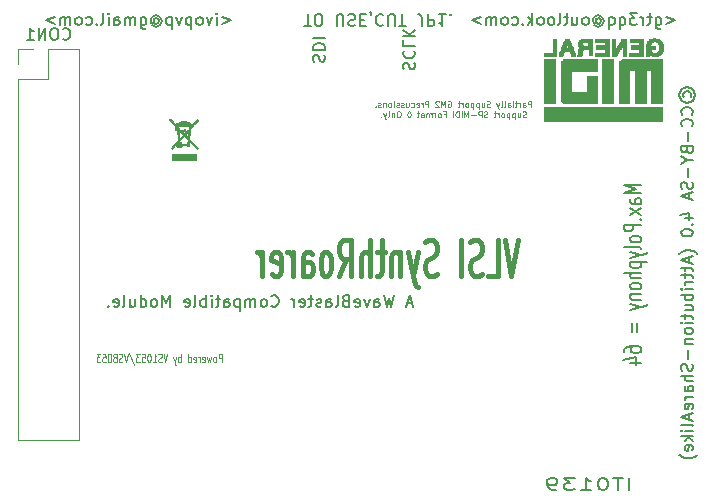
<source format=gbr>
G04 #@! TF.GenerationSoftware,KiCad,Pcbnew,(5.1.6)-1*
G04 #@! TF.CreationDate,2020-12-31T21:45:04+08:00*
G04 #@! TF.ProjectId,vs1053-waveblaster-se,76733130-3533-42d7-9761-7665626c6173,C*
G04 #@! TF.SameCoordinates,Original*
G04 #@! TF.FileFunction,Legend,Bot*
G04 #@! TF.FilePolarity,Positive*
%FSLAX46Y46*%
G04 Gerber Fmt 4.6, Leading zero omitted, Abs format (unit mm)*
G04 Created by KiCad (PCBNEW (5.1.6)-1) date 2020-12-31 21:45:04*
%MOMM*%
%LPD*%
G01*
G04 APERTURE LIST*
%ADD10C,0.150000*%
%ADD11C,0.125000*%
%ADD12C,0.437500*%
%ADD13C,0.200000*%
%ADD14C,0.010000*%
%ADD15C,0.120000*%
G04 APERTURE END LIST*
D10*
X169588571Y-95322380D02*
X168088571Y-95322380D01*
X169160000Y-95655714D01*
X168088571Y-95989047D01*
X169588571Y-95989047D01*
X169588571Y-96893809D02*
X168802857Y-96893809D01*
X168660000Y-96846190D01*
X168588571Y-96750952D01*
X168588571Y-96560476D01*
X168660000Y-96465238D01*
X169517142Y-96893809D02*
X169588571Y-96798571D01*
X169588571Y-96560476D01*
X169517142Y-96465238D01*
X169374285Y-96417619D01*
X169231428Y-96417619D01*
X169088571Y-96465238D01*
X169017142Y-96560476D01*
X169017142Y-96798571D01*
X168945714Y-96893809D01*
X169588571Y-97274761D02*
X168588571Y-97798571D01*
X168588571Y-97274761D02*
X169588571Y-97798571D01*
X169445714Y-98179523D02*
X169517142Y-98227142D01*
X169588571Y-98179523D01*
X169517142Y-98131904D01*
X169445714Y-98179523D01*
X169588571Y-98179523D01*
X169588571Y-98655714D02*
X168088571Y-98655714D01*
X168088571Y-99036666D01*
X168160000Y-99131904D01*
X168231428Y-99179523D01*
X168374285Y-99227142D01*
X168588571Y-99227142D01*
X168731428Y-99179523D01*
X168802857Y-99131904D01*
X168874285Y-99036666D01*
X168874285Y-98655714D01*
X169588571Y-99798571D02*
X169517142Y-99703333D01*
X169445714Y-99655714D01*
X169302857Y-99608095D01*
X168874285Y-99608095D01*
X168731428Y-99655714D01*
X168660000Y-99703333D01*
X168588571Y-99798571D01*
X168588571Y-99941428D01*
X168660000Y-100036666D01*
X168731428Y-100084285D01*
X168874285Y-100131904D01*
X169302857Y-100131904D01*
X169445714Y-100084285D01*
X169517142Y-100036666D01*
X169588571Y-99941428D01*
X169588571Y-99798571D01*
X169588571Y-100703333D02*
X169517142Y-100608095D01*
X169374285Y-100560476D01*
X168088571Y-100560476D01*
X168588571Y-100989047D02*
X169588571Y-101227142D01*
X168588571Y-101465238D02*
X169588571Y-101227142D01*
X169945714Y-101131904D01*
X170017142Y-101084285D01*
X170088571Y-100989047D01*
X168588571Y-101846190D02*
X170088571Y-101846190D01*
X168660000Y-101846190D02*
X168588571Y-101941428D01*
X168588571Y-102131904D01*
X168660000Y-102227142D01*
X168731428Y-102274761D01*
X168874285Y-102322380D01*
X169302857Y-102322380D01*
X169445714Y-102274761D01*
X169517142Y-102227142D01*
X169588571Y-102131904D01*
X169588571Y-101941428D01*
X169517142Y-101846190D01*
X169588571Y-102750952D02*
X168088571Y-102750952D01*
X169588571Y-103179523D02*
X168802857Y-103179523D01*
X168660000Y-103131904D01*
X168588571Y-103036666D01*
X168588571Y-102893809D01*
X168660000Y-102798571D01*
X168731428Y-102750952D01*
X169588571Y-103798571D02*
X169517142Y-103703333D01*
X169445714Y-103655714D01*
X169302857Y-103608095D01*
X168874285Y-103608095D01*
X168731428Y-103655714D01*
X168660000Y-103703333D01*
X168588571Y-103798571D01*
X168588571Y-103941428D01*
X168660000Y-104036666D01*
X168731428Y-104084285D01*
X168874285Y-104131904D01*
X169302857Y-104131904D01*
X169445714Y-104084285D01*
X169517142Y-104036666D01*
X169588571Y-103941428D01*
X169588571Y-103798571D01*
X168588571Y-104560476D02*
X169588571Y-104560476D01*
X168731428Y-104560476D02*
X168660000Y-104608095D01*
X168588571Y-104703333D01*
X168588571Y-104846190D01*
X168660000Y-104941428D01*
X168802857Y-104989047D01*
X169588571Y-104989047D01*
X168588571Y-105370000D02*
X169588571Y-105608095D01*
X168588571Y-105846190D02*
X169588571Y-105608095D01*
X169945714Y-105512857D01*
X170017142Y-105465238D01*
X170088571Y-105370000D01*
X168802857Y-106989047D02*
X168802857Y-107750952D01*
X169231428Y-107750952D02*
X169231428Y-106989047D01*
X168088571Y-109417619D02*
X168088571Y-109227142D01*
X168160000Y-109131904D01*
X168231428Y-109084285D01*
X168445714Y-108989047D01*
X168731428Y-108941428D01*
X169302857Y-108941428D01*
X169445714Y-108989047D01*
X169517142Y-109036666D01*
X169588571Y-109131904D01*
X169588571Y-109322380D01*
X169517142Y-109417619D01*
X169445714Y-109465238D01*
X169302857Y-109512857D01*
X168945714Y-109512857D01*
X168802857Y-109465238D01*
X168731428Y-109417619D01*
X168660000Y-109322380D01*
X168660000Y-109131904D01*
X168731428Y-109036666D01*
X168802857Y-108989047D01*
X168945714Y-108941428D01*
X168588571Y-110370000D02*
X169588571Y-110370000D01*
X168017142Y-110131904D02*
X169088571Y-109893809D01*
X169088571Y-110512857D01*
D11*
X160265238Y-88688690D02*
X160265238Y-88188690D01*
X160074761Y-88188690D01*
X160027142Y-88212500D01*
X160003333Y-88236309D01*
X159979523Y-88283928D01*
X159979523Y-88355357D01*
X160003333Y-88402976D01*
X160027142Y-88426785D01*
X160074761Y-88450595D01*
X160265238Y-88450595D01*
X159550952Y-88688690D02*
X159550952Y-88426785D01*
X159574761Y-88379166D01*
X159622380Y-88355357D01*
X159717619Y-88355357D01*
X159765238Y-88379166D01*
X159550952Y-88664880D02*
X159598571Y-88688690D01*
X159717619Y-88688690D01*
X159765238Y-88664880D01*
X159789047Y-88617261D01*
X159789047Y-88569642D01*
X159765238Y-88522023D01*
X159717619Y-88498214D01*
X159598571Y-88498214D01*
X159550952Y-88474404D01*
X159312857Y-88688690D02*
X159312857Y-88355357D01*
X159312857Y-88450595D02*
X159289047Y-88402976D01*
X159265238Y-88379166D01*
X159217619Y-88355357D01*
X159170000Y-88355357D01*
X159074761Y-88355357D02*
X158884285Y-88355357D01*
X159003333Y-88188690D02*
X159003333Y-88617261D01*
X158979523Y-88664880D01*
X158931904Y-88688690D01*
X158884285Y-88688690D01*
X158717619Y-88688690D02*
X158717619Y-88355357D01*
X158717619Y-88188690D02*
X158741428Y-88212500D01*
X158717619Y-88236309D01*
X158693809Y-88212500D01*
X158717619Y-88188690D01*
X158717619Y-88236309D01*
X158265238Y-88688690D02*
X158265238Y-88426785D01*
X158289047Y-88379166D01*
X158336666Y-88355357D01*
X158431904Y-88355357D01*
X158479523Y-88379166D01*
X158265238Y-88664880D02*
X158312857Y-88688690D01*
X158431904Y-88688690D01*
X158479523Y-88664880D01*
X158503333Y-88617261D01*
X158503333Y-88569642D01*
X158479523Y-88522023D01*
X158431904Y-88498214D01*
X158312857Y-88498214D01*
X158265238Y-88474404D01*
X157955714Y-88688690D02*
X158003333Y-88664880D01*
X158027142Y-88617261D01*
X158027142Y-88188690D01*
X157693809Y-88688690D02*
X157741428Y-88664880D01*
X157765238Y-88617261D01*
X157765238Y-88188690D01*
X157550952Y-88355357D02*
X157431904Y-88688690D01*
X157312857Y-88355357D02*
X157431904Y-88688690D01*
X157479523Y-88807738D01*
X157503333Y-88831547D01*
X157550952Y-88855357D01*
X156765238Y-88664880D02*
X156693809Y-88688690D01*
X156574761Y-88688690D01*
X156527142Y-88664880D01*
X156503333Y-88641071D01*
X156479523Y-88593452D01*
X156479523Y-88545833D01*
X156503333Y-88498214D01*
X156527142Y-88474404D01*
X156574761Y-88450595D01*
X156670000Y-88426785D01*
X156717619Y-88402976D01*
X156741428Y-88379166D01*
X156765238Y-88331547D01*
X156765238Y-88283928D01*
X156741428Y-88236309D01*
X156717619Y-88212500D01*
X156670000Y-88188690D01*
X156550952Y-88188690D01*
X156479523Y-88212500D01*
X156050952Y-88355357D02*
X156050952Y-88688690D01*
X156265238Y-88355357D02*
X156265238Y-88617261D01*
X156241428Y-88664880D01*
X156193809Y-88688690D01*
X156122380Y-88688690D01*
X156074761Y-88664880D01*
X156050952Y-88641071D01*
X155812857Y-88355357D02*
X155812857Y-88855357D01*
X155812857Y-88379166D02*
X155765238Y-88355357D01*
X155670000Y-88355357D01*
X155622380Y-88379166D01*
X155598571Y-88402976D01*
X155574761Y-88450595D01*
X155574761Y-88593452D01*
X155598571Y-88641071D01*
X155622380Y-88664880D01*
X155670000Y-88688690D01*
X155765238Y-88688690D01*
X155812857Y-88664880D01*
X155360476Y-88355357D02*
X155360476Y-88855357D01*
X155360476Y-88379166D02*
X155312857Y-88355357D01*
X155217619Y-88355357D01*
X155170000Y-88379166D01*
X155146190Y-88402976D01*
X155122380Y-88450595D01*
X155122380Y-88593452D01*
X155146190Y-88641071D01*
X155170000Y-88664880D01*
X155217619Y-88688690D01*
X155312857Y-88688690D01*
X155360476Y-88664880D01*
X154836666Y-88688690D02*
X154884285Y-88664880D01*
X154908095Y-88641071D01*
X154931904Y-88593452D01*
X154931904Y-88450595D01*
X154908095Y-88402976D01*
X154884285Y-88379166D01*
X154836666Y-88355357D01*
X154765238Y-88355357D01*
X154717619Y-88379166D01*
X154693809Y-88402976D01*
X154670000Y-88450595D01*
X154670000Y-88593452D01*
X154693809Y-88641071D01*
X154717619Y-88664880D01*
X154765238Y-88688690D01*
X154836666Y-88688690D01*
X154455714Y-88688690D02*
X154455714Y-88355357D01*
X154455714Y-88450595D02*
X154431904Y-88402976D01*
X154408095Y-88379166D01*
X154360476Y-88355357D01*
X154312857Y-88355357D01*
X154217619Y-88355357D02*
X154027142Y-88355357D01*
X154146190Y-88188690D02*
X154146190Y-88617261D01*
X154122380Y-88664880D01*
X154074761Y-88688690D01*
X154027142Y-88688690D01*
X153217619Y-88212500D02*
X153265238Y-88188690D01*
X153336666Y-88188690D01*
X153408095Y-88212500D01*
X153455714Y-88260119D01*
X153479523Y-88307738D01*
X153503333Y-88402976D01*
X153503333Y-88474404D01*
X153479523Y-88569642D01*
X153455714Y-88617261D01*
X153408095Y-88664880D01*
X153336666Y-88688690D01*
X153289047Y-88688690D01*
X153217619Y-88664880D01*
X153193809Y-88641071D01*
X153193809Y-88474404D01*
X153289047Y-88474404D01*
X152979523Y-88688690D02*
X152979523Y-88188690D01*
X152812857Y-88545833D01*
X152646190Y-88188690D01*
X152646190Y-88688690D01*
X152431904Y-88236309D02*
X152408095Y-88212500D01*
X152360476Y-88188690D01*
X152241428Y-88188690D01*
X152193809Y-88212500D01*
X152170000Y-88236309D01*
X152146190Y-88283928D01*
X152146190Y-88331547D01*
X152170000Y-88402976D01*
X152455714Y-88688690D01*
X152146190Y-88688690D01*
X151550952Y-88688690D02*
X151550952Y-88188690D01*
X151360476Y-88188690D01*
X151312857Y-88212500D01*
X151289047Y-88236309D01*
X151265238Y-88283928D01*
X151265238Y-88355357D01*
X151289047Y-88402976D01*
X151312857Y-88426785D01*
X151360476Y-88450595D01*
X151550952Y-88450595D01*
X151050952Y-88688690D02*
X151050952Y-88355357D01*
X151050952Y-88450595D02*
X151027142Y-88402976D01*
X151003333Y-88379166D01*
X150955714Y-88355357D01*
X150908095Y-88355357D01*
X150550952Y-88664880D02*
X150598571Y-88688690D01*
X150693809Y-88688690D01*
X150741428Y-88664880D01*
X150765238Y-88617261D01*
X150765238Y-88426785D01*
X150741428Y-88379166D01*
X150693809Y-88355357D01*
X150598571Y-88355357D01*
X150550952Y-88379166D01*
X150527142Y-88426785D01*
X150527142Y-88474404D01*
X150765238Y-88522023D01*
X150098571Y-88664880D02*
X150146190Y-88688690D01*
X150241428Y-88688690D01*
X150289047Y-88664880D01*
X150312857Y-88641071D01*
X150336666Y-88593452D01*
X150336666Y-88450595D01*
X150312857Y-88402976D01*
X150289047Y-88379166D01*
X150241428Y-88355357D01*
X150146190Y-88355357D01*
X150098571Y-88379166D01*
X149670000Y-88355357D02*
X149670000Y-88688690D01*
X149884285Y-88355357D02*
X149884285Y-88617261D01*
X149860476Y-88664880D01*
X149812857Y-88688690D01*
X149741428Y-88688690D01*
X149693809Y-88664880D01*
X149670000Y-88641071D01*
X149455714Y-88664880D02*
X149408095Y-88688690D01*
X149312857Y-88688690D01*
X149265238Y-88664880D01*
X149241428Y-88617261D01*
X149241428Y-88593452D01*
X149265238Y-88545833D01*
X149312857Y-88522023D01*
X149384285Y-88522023D01*
X149431904Y-88498214D01*
X149455714Y-88450595D01*
X149455714Y-88426785D01*
X149431904Y-88379166D01*
X149384285Y-88355357D01*
X149312857Y-88355357D01*
X149265238Y-88379166D01*
X149050952Y-88664880D02*
X149003333Y-88688690D01*
X148908095Y-88688690D01*
X148860476Y-88664880D01*
X148836666Y-88617261D01*
X148836666Y-88593452D01*
X148860476Y-88545833D01*
X148908095Y-88522023D01*
X148979523Y-88522023D01*
X149027142Y-88498214D01*
X149050952Y-88450595D01*
X149050952Y-88426785D01*
X149027142Y-88379166D01*
X148979523Y-88355357D01*
X148908095Y-88355357D01*
X148860476Y-88379166D01*
X148622380Y-88688690D02*
X148622380Y-88355357D01*
X148622380Y-88188690D02*
X148646190Y-88212500D01*
X148622380Y-88236309D01*
X148598571Y-88212500D01*
X148622380Y-88188690D01*
X148622380Y-88236309D01*
X148312857Y-88688690D02*
X148360476Y-88664880D01*
X148384285Y-88641071D01*
X148408095Y-88593452D01*
X148408095Y-88450595D01*
X148384285Y-88402976D01*
X148360476Y-88379166D01*
X148312857Y-88355357D01*
X148241428Y-88355357D01*
X148193809Y-88379166D01*
X148170000Y-88402976D01*
X148146190Y-88450595D01*
X148146190Y-88593452D01*
X148170000Y-88641071D01*
X148193809Y-88664880D01*
X148241428Y-88688690D01*
X148312857Y-88688690D01*
X147931904Y-88355357D02*
X147931904Y-88688690D01*
X147931904Y-88402976D02*
X147908095Y-88379166D01*
X147860476Y-88355357D01*
X147789047Y-88355357D01*
X147741428Y-88379166D01*
X147717619Y-88426785D01*
X147717619Y-88688690D01*
X147503333Y-88664880D02*
X147455714Y-88688690D01*
X147360476Y-88688690D01*
X147312857Y-88664880D01*
X147289047Y-88617261D01*
X147289047Y-88593452D01*
X147312857Y-88545833D01*
X147360476Y-88522023D01*
X147431904Y-88522023D01*
X147479523Y-88498214D01*
X147503333Y-88450595D01*
X147503333Y-88426785D01*
X147479523Y-88379166D01*
X147431904Y-88355357D01*
X147360476Y-88355357D01*
X147312857Y-88379166D01*
X147074761Y-88641071D02*
X147050952Y-88664880D01*
X147074761Y-88688690D01*
X147098571Y-88664880D01*
X147074761Y-88641071D01*
X147074761Y-88688690D01*
X159812857Y-89539880D02*
X159741428Y-89563690D01*
X159622380Y-89563690D01*
X159574761Y-89539880D01*
X159550952Y-89516071D01*
X159527142Y-89468452D01*
X159527142Y-89420833D01*
X159550952Y-89373214D01*
X159574761Y-89349404D01*
X159622380Y-89325595D01*
X159717619Y-89301785D01*
X159765238Y-89277976D01*
X159789047Y-89254166D01*
X159812857Y-89206547D01*
X159812857Y-89158928D01*
X159789047Y-89111309D01*
X159765238Y-89087500D01*
X159717619Y-89063690D01*
X159598571Y-89063690D01*
X159527142Y-89087500D01*
X159098571Y-89230357D02*
X159098571Y-89563690D01*
X159312857Y-89230357D02*
X159312857Y-89492261D01*
X159289047Y-89539880D01*
X159241428Y-89563690D01*
X159170000Y-89563690D01*
X159122380Y-89539880D01*
X159098571Y-89516071D01*
X158860476Y-89230357D02*
X158860476Y-89730357D01*
X158860476Y-89254166D02*
X158812857Y-89230357D01*
X158717619Y-89230357D01*
X158670000Y-89254166D01*
X158646190Y-89277976D01*
X158622380Y-89325595D01*
X158622380Y-89468452D01*
X158646190Y-89516071D01*
X158670000Y-89539880D01*
X158717619Y-89563690D01*
X158812857Y-89563690D01*
X158860476Y-89539880D01*
X158408095Y-89230357D02*
X158408095Y-89730357D01*
X158408095Y-89254166D02*
X158360476Y-89230357D01*
X158265238Y-89230357D01*
X158217619Y-89254166D01*
X158193809Y-89277976D01*
X158170000Y-89325595D01*
X158170000Y-89468452D01*
X158193809Y-89516071D01*
X158217619Y-89539880D01*
X158265238Y-89563690D01*
X158360476Y-89563690D01*
X158408095Y-89539880D01*
X157884285Y-89563690D02*
X157931904Y-89539880D01*
X157955714Y-89516071D01*
X157979523Y-89468452D01*
X157979523Y-89325595D01*
X157955714Y-89277976D01*
X157931904Y-89254166D01*
X157884285Y-89230357D01*
X157812857Y-89230357D01*
X157765238Y-89254166D01*
X157741428Y-89277976D01*
X157717619Y-89325595D01*
X157717619Y-89468452D01*
X157741428Y-89516071D01*
X157765238Y-89539880D01*
X157812857Y-89563690D01*
X157884285Y-89563690D01*
X157503333Y-89563690D02*
X157503333Y-89230357D01*
X157503333Y-89325595D02*
X157479523Y-89277976D01*
X157455714Y-89254166D01*
X157408095Y-89230357D01*
X157360476Y-89230357D01*
X157265238Y-89230357D02*
X157074761Y-89230357D01*
X157193809Y-89063690D02*
X157193809Y-89492261D01*
X157170000Y-89539880D01*
X157122380Y-89563690D01*
X157074761Y-89563690D01*
X156550952Y-89539880D02*
X156479523Y-89563690D01*
X156360476Y-89563690D01*
X156312857Y-89539880D01*
X156289047Y-89516071D01*
X156265238Y-89468452D01*
X156265238Y-89420833D01*
X156289047Y-89373214D01*
X156312857Y-89349404D01*
X156360476Y-89325595D01*
X156455714Y-89301785D01*
X156503333Y-89277976D01*
X156527142Y-89254166D01*
X156550952Y-89206547D01*
X156550952Y-89158928D01*
X156527142Y-89111309D01*
X156503333Y-89087500D01*
X156455714Y-89063690D01*
X156336666Y-89063690D01*
X156265238Y-89087500D01*
X156050952Y-89563690D02*
X156050952Y-89063690D01*
X155860476Y-89063690D01*
X155812857Y-89087500D01*
X155789047Y-89111309D01*
X155765238Y-89158928D01*
X155765238Y-89230357D01*
X155789047Y-89277976D01*
X155812857Y-89301785D01*
X155860476Y-89325595D01*
X156050952Y-89325595D01*
X155550952Y-89373214D02*
X155170000Y-89373214D01*
X154931904Y-89563690D02*
X154931904Y-89063690D01*
X154765238Y-89420833D01*
X154598571Y-89063690D01*
X154598571Y-89563690D01*
X154360476Y-89563690D02*
X154360476Y-89063690D01*
X154122380Y-89563690D02*
X154122380Y-89063690D01*
X154003333Y-89063690D01*
X153931904Y-89087500D01*
X153884285Y-89135119D01*
X153860476Y-89182738D01*
X153836666Y-89277976D01*
X153836666Y-89349404D01*
X153860476Y-89444642D01*
X153884285Y-89492261D01*
X153931904Y-89539880D01*
X154003333Y-89563690D01*
X154122380Y-89563690D01*
X153622380Y-89563690D02*
X153622380Y-89063690D01*
X152836666Y-89301785D02*
X153003333Y-89301785D01*
X153003333Y-89563690D02*
X153003333Y-89063690D01*
X152765238Y-89063690D01*
X152503333Y-89563690D02*
X152550952Y-89539880D01*
X152574761Y-89516071D01*
X152598571Y-89468452D01*
X152598571Y-89325595D01*
X152574761Y-89277976D01*
X152550952Y-89254166D01*
X152503333Y-89230357D01*
X152431904Y-89230357D01*
X152384285Y-89254166D01*
X152360476Y-89277976D01*
X152336666Y-89325595D01*
X152336666Y-89468452D01*
X152360476Y-89516071D01*
X152384285Y-89539880D01*
X152431904Y-89563690D01*
X152503333Y-89563690D01*
X152122380Y-89563690D02*
X152122380Y-89230357D01*
X152122380Y-89325595D02*
X152098571Y-89277976D01*
X152074761Y-89254166D01*
X152027142Y-89230357D01*
X151979523Y-89230357D01*
X151812857Y-89563690D02*
X151812857Y-89230357D01*
X151812857Y-89277976D02*
X151789047Y-89254166D01*
X151741428Y-89230357D01*
X151670000Y-89230357D01*
X151622380Y-89254166D01*
X151598571Y-89301785D01*
X151598571Y-89563690D01*
X151598571Y-89301785D02*
X151574761Y-89254166D01*
X151527142Y-89230357D01*
X151455714Y-89230357D01*
X151408095Y-89254166D01*
X151384285Y-89301785D01*
X151384285Y-89563690D01*
X150931904Y-89563690D02*
X150931904Y-89301785D01*
X150955714Y-89254166D01*
X151003333Y-89230357D01*
X151098571Y-89230357D01*
X151146190Y-89254166D01*
X150931904Y-89539880D02*
X150979523Y-89563690D01*
X151098571Y-89563690D01*
X151146190Y-89539880D01*
X151170000Y-89492261D01*
X151170000Y-89444642D01*
X151146190Y-89397023D01*
X151098571Y-89373214D01*
X150979523Y-89373214D01*
X150931904Y-89349404D01*
X150765238Y-89230357D02*
X150574761Y-89230357D01*
X150693809Y-89063690D02*
X150693809Y-89492261D01*
X150670000Y-89539880D01*
X150622380Y-89563690D01*
X150574761Y-89563690D01*
X149931904Y-89063690D02*
X149884285Y-89063690D01*
X149836666Y-89087500D01*
X149812857Y-89111309D01*
X149789047Y-89158928D01*
X149765238Y-89254166D01*
X149765238Y-89373214D01*
X149789047Y-89468452D01*
X149812857Y-89516071D01*
X149836666Y-89539880D01*
X149884285Y-89563690D01*
X149931904Y-89563690D01*
X149979523Y-89539880D01*
X150003333Y-89516071D01*
X150027142Y-89468452D01*
X150050952Y-89373214D01*
X150050952Y-89254166D01*
X150027142Y-89158928D01*
X150003333Y-89111309D01*
X149979523Y-89087500D01*
X149931904Y-89063690D01*
X149074761Y-89063690D02*
X148979523Y-89063690D01*
X148931904Y-89087500D01*
X148884285Y-89135119D01*
X148860476Y-89230357D01*
X148860476Y-89397023D01*
X148884285Y-89492261D01*
X148931904Y-89539880D01*
X148979523Y-89563690D01*
X149074761Y-89563690D01*
X149122380Y-89539880D01*
X149170000Y-89492261D01*
X149193809Y-89397023D01*
X149193809Y-89230357D01*
X149170000Y-89135119D01*
X149122380Y-89087500D01*
X149074761Y-89063690D01*
X148646190Y-89230357D02*
X148646190Y-89563690D01*
X148646190Y-89277976D02*
X148622380Y-89254166D01*
X148574761Y-89230357D01*
X148503333Y-89230357D01*
X148455714Y-89254166D01*
X148431904Y-89301785D01*
X148431904Y-89563690D01*
X148122380Y-89563690D02*
X148170000Y-89539880D01*
X148193809Y-89492261D01*
X148193809Y-89063690D01*
X147979523Y-89230357D02*
X147860476Y-89563690D01*
X147741428Y-89230357D02*
X147860476Y-89563690D01*
X147908095Y-89682738D01*
X147931904Y-89706547D01*
X147979523Y-89730357D01*
X147550952Y-89516071D02*
X147527142Y-89539880D01*
X147550952Y-89563690D01*
X147574761Y-89539880D01*
X147550952Y-89516071D01*
X147550952Y-89563690D01*
X134075619Y-110321285D02*
X134075619Y-109571285D01*
X133885142Y-109571285D01*
X133837523Y-109607000D01*
X133813714Y-109642714D01*
X133789904Y-109714142D01*
X133789904Y-109821285D01*
X133813714Y-109892714D01*
X133837523Y-109928428D01*
X133885142Y-109964142D01*
X134075619Y-109964142D01*
X133504190Y-110321285D02*
X133551809Y-110285571D01*
X133575619Y-110249857D01*
X133599428Y-110178428D01*
X133599428Y-109964142D01*
X133575619Y-109892714D01*
X133551809Y-109857000D01*
X133504190Y-109821285D01*
X133432761Y-109821285D01*
X133385142Y-109857000D01*
X133361333Y-109892714D01*
X133337523Y-109964142D01*
X133337523Y-110178428D01*
X133361333Y-110249857D01*
X133385142Y-110285571D01*
X133432761Y-110321285D01*
X133504190Y-110321285D01*
X133170857Y-109821285D02*
X133075619Y-110321285D01*
X132980380Y-109964142D01*
X132885142Y-110321285D01*
X132789904Y-109821285D01*
X132408952Y-110285571D02*
X132456571Y-110321285D01*
X132551809Y-110321285D01*
X132599428Y-110285571D01*
X132623238Y-110214142D01*
X132623238Y-109928428D01*
X132599428Y-109857000D01*
X132551809Y-109821285D01*
X132456571Y-109821285D01*
X132408952Y-109857000D01*
X132385142Y-109928428D01*
X132385142Y-109999857D01*
X132623238Y-110071285D01*
X132170857Y-110321285D02*
X132170857Y-109821285D01*
X132170857Y-109964142D02*
X132147047Y-109892714D01*
X132123238Y-109857000D01*
X132075619Y-109821285D01*
X132028000Y-109821285D01*
X131670857Y-110285571D02*
X131718476Y-110321285D01*
X131813714Y-110321285D01*
X131861333Y-110285571D01*
X131885142Y-110214142D01*
X131885142Y-109928428D01*
X131861333Y-109857000D01*
X131813714Y-109821285D01*
X131718476Y-109821285D01*
X131670857Y-109857000D01*
X131647047Y-109928428D01*
X131647047Y-109999857D01*
X131885142Y-110071285D01*
X131218476Y-110321285D02*
X131218476Y-109571285D01*
X131218476Y-110285571D02*
X131266095Y-110321285D01*
X131361333Y-110321285D01*
X131408952Y-110285571D01*
X131432761Y-110249857D01*
X131456571Y-110178428D01*
X131456571Y-109964142D01*
X131432761Y-109892714D01*
X131408952Y-109857000D01*
X131361333Y-109821285D01*
X131266095Y-109821285D01*
X131218476Y-109857000D01*
X130599428Y-110321285D02*
X130599428Y-109571285D01*
X130599428Y-109857000D02*
X130551809Y-109821285D01*
X130456571Y-109821285D01*
X130408952Y-109857000D01*
X130385142Y-109892714D01*
X130361333Y-109964142D01*
X130361333Y-110178428D01*
X130385142Y-110249857D01*
X130408952Y-110285571D01*
X130456571Y-110321285D01*
X130551809Y-110321285D01*
X130599428Y-110285571D01*
X130194666Y-109821285D02*
X130075619Y-110321285D01*
X129956571Y-109821285D02*
X130075619Y-110321285D01*
X130123238Y-110499857D01*
X130147047Y-110535571D01*
X130194666Y-110571285D01*
X129456571Y-109571285D02*
X129289904Y-110321285D01*
X129123238Y-109571285D01*
X128980380Y-110285571D02*
X128908952Y-110321285D01*
X128789904Y-110321285D01*
X128742285Y-110285571D01*
X128718476Y-110249857D01*
X128694666Y-110178428D01*
X128694666Y-110107000D01*
X128718476Y-110035571D01*
X128742285Y-109999857D01*
X128789904Y-109964142D01*
X128885142Y-109928428D01*
X128932761Y-109892714D01*
X128956571Y-109857000D01*
X128980380Y-109785571D01*
X128980380Y-109714142D01*
X128956571Y-109642714D01*
X128932761Y-109607000D01*
X128885142Y-109571285D01*
X128766095Y-109571285D01*
X128694666Y-109607000D01*
X128218476Y-110321285D02*
X128504190Y-110321285D01*
X128361333Y-110321285D02*
X128361333Y-109571285D01*
X128408952Y-109678428D01*
X128456571Y-109749857D01*
X128504190Y-109785571D01*
X127908952Y-109571285D02*
X127861333Y-109571285D01*
X127813714Y-109607000D01*
X127789904Y-109642714D01*
X127766095Y-109714142D01*
X127742285Y-109857000D01*
X127742285Y-110035571D01*
X127766095Y-110178428D01*
X127789904Y-110249857D01*
X127813714Y-110285571D01*
X127861333Y-110321285D01*
X127908952Y-110321285D01*
X127956571Y-110285571D01*
X127980380Y-110249857D01*
X128004190Y-110178428D01*
X128028000Y-110035571D01*
X128028000Y-109857000D01*
X128004190Y-109714142D01*
X127980380Y-109642714D01*
X127956571Y-109607000D01*
X127908952Y-109571285D01*
X127289904Y-109571285D02*
X127528000Y-109571285D01*
X127551809Y-109928428D01*
X127528000Y-109892714D01*
X127480380Y-109857000D01*
X127361333Y-109857000D01*
X127313714Y-109892714D01*
X127289904Y-109928428D01*
X127266095Y-109999857D01*
X127266095Y-110178428D01*
X127289904Y-110249857D01*
X127313714Y-110285571D01*
X127361333Y-110321285D01*
X127480380Y-110321285D01*
X127528000Y-110285571D01*
X127551809Y-110249857D01*
X127099428Y-109571285D02*
X126789904Y-109571285D01*
X126956571Y-109857000D01*
X126885142Y-109857000D01*
X126837523Y-109892714D01*
X126813714Y-109928428D01*
X126789904Y-109999857D01*
X126789904Y-110178428D01*
X126813714Y-110249857D01*
X126837523Y-110285571D01*
X126885142Y-110321285D01*
X127028000Y-110321285D01*
X127075619Y-110285571D01*
X127099428Y-110249857D01*
X126218476Y-109535571D02*
X126647047Y-110499857D01*
X126123238Y-109571285D02*
X125956571Y-110321285D01*
X125789904Y-109571285D01*
X125647047Y-110285571D02*
X125575619Y-110321285D01*
X125456571Y-110321285D01*
X125408952Y-110285571D01*
X125385142Y-110249857D01*
X125361333Y-110178428D01*
X125361333Y-110107000D01*
X125385142Y-110035571D01*
X125408952Y-109999857D01*
X125456571Y-109964142D01*
X125551809Y-109928428D01*
X125599428Y-109892714D01*
X125623238Y-109857000D01*
X125647047Y-109785571D01*
X125647047Y-109714142D01*
X125623238Y-109642714D01*
X125599428Y-109607000D01*
X125551809Y-109571285D01*
X125432761Y-109571285D01*
X125361333Y-109607000D01*
X125075619Y-109892714D02*
X125123238Y-109857000D01*
X125147047Y-109821285D01*
X125170857Y-109749857D01*
X125170857Y-109714142D01*
X125147047Y-109642714D01*
X125123238Y-109607000D01*
X125075619Y-109571285D01*
X124980380Y-109571285D01*
X124932761Y-109607000D01*
X124908952Y-109642714D01*
X124885142Y-109714142D01*
X124885142Y-109749857D01*
X124908952Y-109821285D01*
X124932761Y-109857000D01*
X124980380Y-109892714D01*
X125075619Y-109892714D01*
X125123238Y-109928428D01*
X125147047Y-109964142D01*
X125170857Y-110035571D01*
X125170857Y-110178428D01*
X125147047Y-110249857D01*
X125123238Y-110285571D01*
X125075619Y-110321285D01*
X124980380Y-110321285D01*
X124932761Y-110285571D01*
X124908952Y-110249857D01*
X124885142Y-110178428D01*
X124885142Y-110035571D01*
X124908952Y-109964142D01*
X124932761Y-109928428D01*
X124980380Y-109892714D01*
X124575619Y-109571285D02*
X124528000Y-109571285D01*
X124480380Y-109607000D01*
X124456571Y-109642714D01*
X124432761Y-109714142D01*
X124408952Y-109857000D01*
X124408952Y-110035571D01*
X124432761Y-110178428D01*
X124456571Y-110249857D01*
X124480380Y-110285571D01*
X124528000Y-110321285D01*
X124575619Y-110321285D01*
X124623238Y-110285571D01*
X124647047Y-110249857D01*
X124670857Y-110178428D01*
X124694666Y-110035571D01*
X124694666Y-109857000D01*
X124670857Y-109714142D01*
X124647047Y-109642714D01*
X124623238Y-109607000D01*
X124575619Y-109571285D01*
X123956571Y-109571285D02*
X124194666Y-109571285D01*
X124218476Y-109928428D01*
X124194666Y-109892714D01*
X124147047Y-109857000D01*
X124028000Y-109857000D01*
X123980380Y-109892714D01*
X123956571Y-109928428D01*
X123932761Y-109999857D01*
X123932761Y-110178428D01*
X123956571Y-110249857D01*
X123980380Y-110285571D01*
X124028000Y-110321285D01*
X124147047Y-110321285D01*
X124194666Y-110285571D01*
X124218476Y-110249857D01*
X123766095Y-109571285D02*
X123456571Y-109571285D01*
X123623238Y-109857000D01*
X123551809Y-109857000D01*
X123504190Y-109892714D01*
X123480380Y-109928428D01*
X123456571Y-109999857D01*
X123456571Y-110178428D01*
X123480380Y-110249857D01*
X123504190Y-110285571D01*
X123551809Y-110321285D01*
X123694666Y-110321285D01*
X123742285Y-110285571D01*
X123766095Y-110249857D01*
D10*
X150191761Y-105322666D02*
X149715571Y-105322666D01*
X150287000Y-105608380D02*
X149953666Y-104608380D01*
X149620333Y-105608380D01*
X148620333Y-104608380D02*
X148382238Y-105608380D01*
X148191761Y-104894095D01*
X148001285Y-105608380D01*
X147763190Y-104608380D01*
X146953666Y-105608380D02*
X146953666Y-105084571D01*
X147001285Y-104989333D01*
X147096523Y-104941714D01*
X147287000Y-104941714D01*
X147382238Y-104989333D01*
X146953666Y-105560761D02*
X147048904Y-105608380D01*
X147287000Y-105608380D01*
X147382238Y-105560761D01*
X147429857Y-105465523D01*
X147429857Y-105370285D01*
X147382238Y-105275047D01*
X147287000Y-105227428D01*
X147048904Y-105227428D01*
X146953666Y-105179809D01*
X146572714Y-104941714D02*
X146334619Y-105608380D01*
X146096523Y-104941714D01*
X145334619Y-105560761D02*
X145429857Y-105608380D01*
X145620333Y-105608380D01*
X145715571Y-105560761D01*
X145763190Y-105465523D01*
X145763190Y-105084571D01*
X145715571Y-104989333D01*
X145620333Y-104941714D01*
X145429857Y-104941714D01*
X145334619Y-104989333D01*
X145287000Y-105084571D01*
X145287000Y-105179809D01*
X145763190Y-105275047D01*
X144525095Y-105084571D02*
X144382238Y-105132190D01*
X144334619Y-105179809D01*
X144287000Y-105275047D01*
X144287000Y-105417904D01*
X144334619Y-105513142D01*
X144382238Y-105560761D01*
X144477476Y-105608380D01*
X144858428Y-105608380D01*
X144858428Y-104608380D01*
X144525095Y-104608380D01*
X144429857Y-104656000D01*
X144382238Y-104703619D01*
X144334619Y-104798857D01*
X144334619Y-104894095D01*
X144382238Y-104989333D01*
X144429857Y-105036952D01*
X144525095Y-105084571D01*
X144858428Y-105084571D01*
X143715571Y-105608380D02*
X143810809Y-105560761D01*
X143858428Y-105465523D01*
X143858428Y-104608380D01*
X142906047Y-105608380D02*
X142906047Y-105084571D01*
X142953666Y-104989333D01*
X143048904Y-104941714D01*
X143239380Y-104941714D01*
X143334619Y-104989333D01*
X142906047Y-105560761D02*
X143001285Y-105608380D01*
X143239380Y-105608380D01*
X143334619Y-105560761D01*
X143382238Y-105465523D01*
X143382238Y-105370285D01*
X143334619Y-105275047D01*
X143239380Y-105227428D01*
X143001285Y-105227428D01*
X142906047Y-105179809D01*
X142477476Y-105560761D02*
X142382238Y-105608380D01*
X142191761Y-105608380D01*
X142096523Y-105560761D01*
X142048904Y-105465523D01*
X142048904Y-105417904D01*
X142096523Y-105322666D01*
X142191761Y-105275047D01*
X142334619Y-105275047D01*
X142429857Y-105227428D01*
X142477476Y-105132190D01*
X142477476Y-105084571D01*
X142429857Y-104989333D01*
X142334619Y-104941714D01*
X142191761Y-104941714D01*
X142096523Y-104989333D01*
X141763190Y-104941714D02*
X141382238Y-104941714D01*
X141620333Y-104608380D02*
X141620333Y-105465523D01*
X141572714Y-105560761D01*
X141477476Y-105608380D01*
X141382238Y-105608380D01*
X140667952Y-105560761D02*
X140763190Y-105608380D01*
X140953666Y-105608380D01*
X141048904Y-105560761D01*
X141096523Y-105465523D01*
X141096523Y-105084571D01*
X141048904Y-104989333D01*
X140953666Y-104941714D01*
X140763190Y-104941714D01*
X140667952Y-104989333D01*
X140620333Y-105084571D01*
X140620333Y-105179809D01*
X141096523Y-105275047D01*
X140191761Y-105608380D02*
X140191761Y-104941714D01*
X140191761Y-105132190D02*
X140144142Y-105036952D01*
X140096523Y-104989333D01*
X140001285Y-104941714D01*
X139906047Y-104941714D01*
X138239380Y-105513142D02*
X138287000Y-105560761D01*
X138429857Y-105608380D01*
X138525095Y-105608380D01*
X138667952Y-105560761D01*
X138763190Y-105465523D01*
X138810809Y-105370285D01*
X138858428Y-105179809D01*
X138858428Y-105036952D01*
X138810809Y-104846476D01*
X138763190Y-104751238D01*
X138667952Y-104656000D01*
X138525095Y-104608380D01*
X138429857Y-104608380D01*
X138287000Y-104656000D01*
X138239380Y-104703619D01*
X137667952Y-105608380D02*
X137763190Y-105560761D01*
X137810809Y-105513142D01*
X137858428Y-105417904D01*
X137858428Y-105132190D01*
X137810809Y-105036952D01*
X137763190Y-104989333D01*
X137667952Y-104941714D01*
X137525095Y-104941714D01*
X137429857Y-104989333D01*
X137382238Y-105036952D01*
X137334619Y-105132190D01*
X137334619Y-105417904D01*
X137382238Y-105513142D01*
X137429857Y-105560761D01*
X137525095Y-105608380D01*
X137667952Y-105608380D01*
X136906047Y-105608380D02*
X136906047Y-104941714D01*
X136906047Y-105036952D02*
X136858428Y-104989333D01*
X136763190Y-104941714D01*
X136620333Y-104941714D01*
X136525095Y-104989333D01*
X136477476Y-105084571D01*
X136477476Y-105608380D01*
X136477476Y-105084571D02*
X136429857Y-104989333D01*
X136334619Y-104941714D01*
X136191761Y-104941714D01*
X136096523Y-104989333D01*
X136048904Y-105084571D01*
X136048904Y-105608380D01*
X135572714Y-104941714D02*
X135572714Y-105941714D01*
X135572714Y-104989333D02*
X135477476Y-104941714D01*
X135287000Y-104941714D01*
X135191761Y-104989333D01*
X135144142Y-105036952D01*
X135096523Y-105132190D01*
X135096523Y-105417904D01*
X135144142Y-105513142D01*
X135191761Y-105560761D01*
X135287000Y-105608380D01*
X135477476Y-105608380D01*
X135572714Y-105560761D01*
X134239380Y-105608380D02*
X134239380Y-105084571D01*
X134287000Y-104989333D01*
X134382238Y-104941714D01*
X134572714Y-104941714D01*
X134667952Y-104989333D01*
X134239380Y-105560761D02*
X134334619Y-105608380D01*
X134572714Y-105608380D01*
X134667952Y-105560761D01*
X134715571Y-105465523D01*
X134715571Y-105370285D01*
X134667952Y-105275047D01*
X134572714Y-105227428D01*
X134334619Y-105227428D01*
X134239380Y-105179809D01*
X133906047Y-104941714D02*
X133525095Y-104941714D01*
X133763190Y-104608380D02*
X133763190Y-105465523D01*
X133715571Y-105560761D01*
X133620333Y-105608380D01*
X133525095Y-105608380D01*
X133191761Y-105608380D02*
X133191761Y-104941714D01*
X133191761Y-104608380D02*
X133239380Y-104656000D01*
X133191761Y-104703619D01*
X133144142Y-104656000D01*
X133191761Y-104608380D01*
X133191761Y-104703619D01*
X132715571Y-105608380D02*
X132715571Y-104608380D01*
X132715571Y-104989333D02*
X132620333Y-104941714D01*
X132429857Y-104941714D01*
X132334619Y-104989333D01*
X132287000Y-105036952D01*
X132239380Y-105132190D01*
X132239380Y-105417904D01*
X132287000Y-105513142D01*
X132334619Y-105560761D01*
X132429857Y-105608380D01*
X132620333Y-105608380D01*
X132715571Y-105560761D01*
X131667952Y-105608380D02*
X131763190Y-105560761D01*
X131810809Y-105465523D01*
X131810809Y-104608380D01*
X130906047Y-105560761D02*
X131001285Y-105608380D01*
X131191761Y-105608380D01*
X131287000Y-105560761D01*
X131334619Y-105465523D01*
X131334619Y-105084571D01*
X131287000Y-104989333D01*
X131191761Y-104941714D01*
X131001285Y-104941714D01*
X130906047Y-104989333D01*
X130858428Y-105084571D01*
X130858428Y-105179809D01*
X131334619Y-105275047D01*
X129667952Y-105608380D02*
X129667952Y-104608380D01*
X129334619Y-105322666D01*
X129001285Y-104608380D01*
X129001285Y-105608380D01*
X128382238Y-105608380D02*
X128477476Y-105560761D01*
X128525095Y-105513142D01*
X128572714Y-105417904D01*
X128572714Y-105132190D01*
X128525095Y-105036952D01*
X128477476Y-104989333D01*
X128382238Y-104941714D01*
X128239380Y-104941714D01*
X128144142Y-104989333D01*
X128096523Y-105036952D01*
X128048904Y-105132190D01*
X128048904Y-105417904D01*
X128096523Y-105513142D01*
X128144142Y-105560761D01*
X128239380Y-105608380D01*
X128382238Y-105608380D01*
X127191761Y-105608380D02*
X127191761Y-104608380D01*
X127191761Y-105560761D02*
X127287000Y-105608380D01*
X127477476Y-105608380D01*
X127572714Y-105560761D01*
X127620333Y-105513142D01*
X127667952Y-105417904D01*
X127667952Y-105132190D01*
X127620333Y-105036952D01*
X127572714Y-104989333D01*
X127477476Y-104941714D01*
X127287000Y-104941714D01*
X127191761Y-104989333D01*
X126287000Y-104941714D02*
X126287000Y-105608380D01*
X126715571Y-104941714D02*
X126715571Y-105465523D01*
X126667952Y-105560761D01*
X126572714Y-105608380D01*
X126429857Y-105608380D01*
X126334619Y-105560761D01*
X126287000Y-105513142D01*
X125667952Y-105608380D02*
X125763190Y-105560761D01*
X125810809Y-105465523D01*
X125810809Y-104608380D01*
X124906047Y-105560761D02*
X125001285Y-105608380D01*
X125191761Y-105608380D01*
X125287000Y-105560761D01*
X125334619Y-105465523D01*
X125334619Y-105084571D01*
X125287000Y-104989333D01*
X125191761Y-104941714D01*
X125001285Y-104941714D01*
X124906047Y-104989333D01*
X124858428Y-105084571D01*
X124858428Y-105179809D01*
X125334619Y-105275047D01*
X124429857Y-105513142D02*
X124382238Y-105560761D01*
X124429857Y-105608380D01*
X124477476Y-105560761D01*
X124429857Y-105513142D01*
X124429857Y-105608380D01*
D12*
X159165333Y-99957142D02*
X158582000Y-102957142D01*
X157998666Y-99957142D01*
X156582000Y-102957142D02*
X157415333Y-102957142D01*
X157415333Y-99957142D01*
X156082000Y-102814285D02*
X155832000Y-102957142D01*
X155415333Y-102957142D01*
X155248666Y-102814285D01*
X155165333Y-102671428D01*
X155082000Y-102385714D01*
X155082000Y-102100000D01*
X155165333Y-101814285D01*
X155248666Y-101671428D01*
X155415333Y-101528571D01*
X155748666Y-101385714D01*
X155915333Y-101242857D01*
X155998666Y-101100000D01*
X156082000Y-100814285D01*
X156082000Y-100528571D01*
X155998666Y-100242857D01*
X155915333Y-100100000D01*
X155748666Y-99957142D01*
X155332000Y-99957142D01*
X155082000Y-100100000D01*
X154332000Y-102957142D02*
X154332000Y-99957142D01*
X152248666Y-102814285D02*
X151998666Y-102957142D01*
X151582000Y-102957142D01*
X151415333Y-102814285D01*
X151332000Y-102671428D01*
X151248666Y-102385714D01*
X151248666Y-102100000D01*
X151332000Y-101814285D01*
X151415333Y-101671428D01*
X151582000Y-101528571D01*
X151915333Y-101385714D01*
X152082000Y-101242857D01*
X152165333Y-101100000D01*
X152248666Y-100814285D01*
X152248666Y-100528571D01*
X152165333Y-100242857D01*
X152082000Y-100100000D01*
X151915333Y-99957142D01*
X151498666Y-99957142D01*
X151248666Y-100100000D01*
X150665333Y-100957142D02*
X150248666Y-102957142D01*
X149832000Y-100957142D02*
X150248666Y-102957142D01*
X150415333Y-103671428D01*
X150498666Y-103814285D01*
X150665333Y-103957142D01*
X149165333Y-100957142D02*
X149165333Y-102957142D01*
X149165333Y-101242857D02*
X149082000Y-101100000D01*
X148915333Y-100957142D01*
X148665333Y-100957142D01*
X148498666Y-101100000D01*
X148415333Y-101385714D01*
X148415333Y-102957142D01*
X147832000Y-100957142D02*
X147165333Y-100957142D01*
X147582000Y-99957142D02*
X147582000Y-102528571D01*
X147498666Y-102814285D01*
X147332000Y-102957142D01*
X147165333Y-102957142D01*
X146582000Y-102957142D02*
X146582000Y-99957142D01*
X145832000Y-102957142D02*
X145832000Y-101385714D01*
X145915333Y-101100000D01*
X146082000Y-100957142D01*
X146332000Y-100957142D01*
X146498666Y-101100000D01*
X146582000Y-101242857D01*
X143998666Y-102957142D02*
X144582000Y-101528571D01*
X144998666Y-102957142D02*
X144998666Y-99957142D01*
X144332000Y-99957142D01*
X144165333Y-100100000D01*
X144082000Y-100242857D01*
X143998666Y-100528571D01*
X143998666Y-100957142D01*
X144082000Y-101242857D01*
X144165333Y-101385714D01*
X144332000Y-101528571D01*
X144998666Y-101528571D01*
X142998666Y-102957142D02*
X143165333Y-102814285D01*
X143248666Y-102671428D01*
X143332000Y-102385714D01*
X143332000Y-101528571D01*
X143248666Y-101242857D01*
X143165333Y-101100000D01*
X142998666Y-100957142D01*
X142748666Y-100957142D01*
X142582000Y-101100000D01*
X142498666Y-101242857D01*
X142415333Y-101528571D01*
X142415333Y-102385714D01*
X142498666Y-102671428D01*
X142582000Y-102814285D01*
X142748666Y-102957142D01*
X142998666Y-102957142D01*
X140915333Y-102957142D02*
X140915333Y-101385714D01*
X140998666Y-101100000D01*
X141165333Y-100957142D01*
X141498666Y-100957142D01*
X141665333Y-101100000D01*
X140915333Y-102814285D02*
X141082000Y-102957142D01*
X141498666Y-102957142D01*
X141665333Y-102814285D01*
X141748666Y-102528571D01*
X141748666Y-102242857D01*
X141665333Y-101957142D01*
X141498666Y-101814285D01*
X141082000Y-101814285D01*
X140915333Y-101671428D01*
X140082000Y-102957142D02*
X140082000Y-100957142D01*
X140082000Y-101528571D02*
X139998666Y-101242857D01*
X139915333Y-101100000D01*
X139748666Y-100957142D01*
X139582000Y-100957142D01*
X138332000Y-102814285D02*
X138498666Y-102957142D01*
X138832000Y-102957142D01*
X138998666Y-102814285D01*
X139082000Y-102528571D01*
X139082000Y-101385714D01*
X138998666Y-101100000D01*
X138832000Y-100957142D01*
X138498666Y-100957142D01*
X138332000Y-101100000D01*
X138248666Y-101385714D01*
X138248666Y-101671428D01*
X139082000Y-101957142D01*
X137498666Y-102957142D02*
X137498666Y-100957142D01*
X137498666Y-101528571D02*
X137415333Y-101242857D01*
X137332000Y-101100000D01*
X137165333Y-100957142D01*
X136998666Y-100957142D01*
D10*
X173172476Y-87862047D02*
X173124857Y-87766809D01*
X173124857Y-87576333D01*
X173172476Y-87481095D01*
X173267714Y-87385857D01*
X173362952Y-87338238D01*
X173553428Y-87338238D01*
X173648666Y-87385857D01*
X173743904Y-87481095D01*
X173791523Y-87576333D01*
X173791523Y-87766809D01*
X173743904Y-87862047D01*
X172791523Y-87671571D02*
X172839142Y-87433476D01*
X172982000Y-87195380D01*
X173220095Y-87052523D01*
X173458190Y-87004904D01*
X173696285Y-87052523D01*
X173934380Y-87195380D01*
X174077238Y-87433476D01*
X174124857Y-87671571D01*
X174077238Y-87909666D01*
X173934380Y-88147761D01*
X173696285Y-88290619D01*
X173458190Y-88338238D01*
X173220095Y-88290619D01*
X172982000Y-88147761D01*
X172839142Y-87909666D01*
X172791523Y-87671571D01*
X173839142Y-89338238D02*
X173886761Y-89290619D01*
X173934380Y-89147761D01*
X173934380Y-89052523D01*
X173886761Y-88909666D01*
X173791523Y-88814428D01*
X173696285Y-88766809D01*
X173505809Y-88719190D01*
X173362952Y-88719190D01*
X173172476Y-88766809D01*
X173077238Y-88814428D01*
X172982000Y-88909666D01*
X172934380Y-89052523D01*
X172934380Y-89147761D01*
X172982000Y-89290619D01*
X173029619Y-89338238D01*
X173839142Y-90338238D02*
X173886761Y-90290619D01*
X173934380Y-90147761D01*
X173934380Y-90052523D01*
X173886761Y-89909666D01*
X173791523Y-89814428D01*
X173696285Y-89766809D01*
X173505809Y-89719190D01*
X173362952Y-89719190D01*
X173172476Y-89766809D01*
X173077238Y-89814428D01*
X172982000Y-89909666D01*
X172934380Y-90052523D01*
X172934380Y-90147761D01*
X172982000Y-90290619D01*
X173029619Y-90338238D01*
X173553428Y-90766809D02*
X173553428Y-91528714D01*
X173410571Y-92338238D02*
X173458190Y-92481095D01*
X173505809Y-92528714D01*
X173601047Y-92576333D01*
X173743904Y-92576333D01*
X173839142Y-92528714D01*
X173886761Y-92481095D01*
X173934380Y-92385857D01*
X173934380Y-92004904D01*
X172934380Y-92004904D01*
X172934380Y-92338238D01*
X172982000Y-92433476D01*
X173029619Y-92481095D01*
X173124857Y-92528714D01*
X173220095Y-92528714D01*
X173315333Y-92481095D01*
X173362952Y-92433476D01*
X173410571Y-92338238D01*
X173410571Y-92004904D01*
X173458190Y-93195380D02*
X173934380Y-93195380D01*
X172934380Y-92862047D02*
X173458190Y-93195380D01*
X172934380Y-93528714D01*
X173553428Y-93862047D02*
X173553428Y-94623952D01*
X173886761Y-95052523D02*
X173934380Y-95195380D01*
X173934380Y-95433476D01*
X173886761Y-95528714D01*
X173839142Y-95576333D01*
X173743904Y-95623952D01*
X173648666Y-95623952D01*
X173553428Y-95576333D01*
X173505809Y-95528714D01*
X173458190Y-95433476D01*
X173410571Y-95243000D01*
X173362952Y-95147761D01*
X173315333Y-95100142D01*
X173220095Y-95052523D01*
X173124857Y-95052523D01*
X173029619Y-95100142D01*
X172982000Y-95147761D01*
X172934380Y-95243000D01*
X172934380Y-95481095D01*
X172982000Y-95623952D01*
X173648666Y-96004904D02*
X173648666Y-96481095D01*
X173934380Y-95909666D02*
X172934380Y-96243000D01*
X173934380Y-96576333D01*
X173267714Y-98100142D02*
X173934380Y-98100142D01*
X172886761Y-97862047D02*
X173601047Y-97623952D01*
X173601047Y-98243000D01*
X173839142Y-98623952D02*
X173886761Y-98671571D01*
X173934380Y-98623952D01*
X173886761Y-98576333D01*
X173839142Y-98623952D01*
X173934380Y-98623952D01*
X172934380Y-99290619D02*
X172934380Y-99385857D01*
X172982000Y-99481095D01*
X173029619Y-99528714D01*
X173124857Y-99576333D01*
X173315333Y-99623952D01*
X173553428Y-99623952D01*
X173743904Y-99576333D01*
X173839142Y-99528714D01*
X173886761Y-99481095D01*
X173934380Y-99385857D01*
X173934380Y-99290619D01*
X173886761Y-99195380D01*
X173839142Y-99147761D01*
X173743904Y-99100142D01*
X173553428Y-99052523D01*
X173315333Y-99052523D01*
X173124857Y-99100142D01*
X173029619Y-99147761D01*
X172982000Y-99195380D01*
X172934380Y-99290619D01*
X174315333Y-101100142D02*
X174267714Y-101052523D01*
X174124857Y-100957285D01*
X174029619Y-100909666D01*
X173886761Y-100862047D01*
X173648666Y-100814428D01*
X173458190Y-100814428D01*
X173220095Y-100862047D01*
X173077238Y-100909666D01*
X172982000Y-100957285D01*
X172839142Y-101052523D01*
X172791523Y-101100142D01*
X173648666Y-101433476D02*
X173648666Y-101909666D01*
X173934380Y-101338238D02*
X172934380Y-101671571D01*
X173934380Y-102004904D01*
X173267714Y-102195380D02*
X173267714Y-102576333D01*
X172934380Y-102338238D02*
X173791523Y-102338238D01*
X173886761Y-102385857D01*
X173934380Y-102481095D01*
X173934380Y-102576333D01*
X173267714Y-102766809D02*
X173267714Y-103147761D01*
X172934380Y-102909666D02*
X173791523Y-102909666D01*
X173886761Y-102957285D01*
X173934380Y-103052523D01*
X173934380Y-103147761D01*
X173934380Y-103481095D02*
X173267714Y-103481095D01*
X173458190Y-103481095D02*
X173362952Y-103528714D01*
X173315333Y-103576333D01*
X173267714Y-103671571D01*
X173267714Y-103766809D01*
X173934380Y-104100142D02*
X173267714Y-104100142D01*
X172934380Y-104100142D02*
X172982000Y-104052523D01*
X173029619Y-104100142D01*
X172982000Y-104147761D01*
X172934380Y-104100142D01*
X173029619Y-104100142D01*
X173934380Y-104576333D02*
X172934380Y-104576333D01*
X173315333Y-104576333D02*
X173267714Y-104671571D01*
X173267714Y-104862047D01*
X173315333Y-104957285D01*
X173362952Y-105004904D01*
X173458190Y-105052523D01*
X173743904Y-105052523D01*
X173839142Y-105004904D01*
X173886761Y-104957285D01*
X173934380Y-104862047D01*
X173934380Y-104671571D01*
X173886761Y-104576333D01*
X173267714Y-105909666D02*
X173934380Y-105909666D01*
X173267714Y-105481095D02*
X173791523Y-105481095D01*
X173886761Y-105528714D01*
X173934380Y-105623952D01*
X173934380Y-105766809D01*
X173886761Y-105862047D01*
X173839142Y-105909666D01*
X173267714Y-106243000D02*
X173267714Y-106623952D01*
X172934380Y-106385857D02*
X173791523Y-106385857D01*
X173886761Y-106433476D01*
X173934380Y-106528714D01*
X173934380Y-106623952D01*
X173934380Y-106957285D02*
X173267714Y-106957285D01*
X172934380Y-106957285D02*
X172982000Y-106909666D01*
X173029619Y-106957285D01*
X172982000Y-107004904D01*
X172934380Y-106957285D01*
X173029619Y-106957285D01*
X173934380Y-107576333D02*
X173886761Y-107481095D01*
X173839142Y-107433476D01*
X173743904Y-107385857D01*
X173458190Y-107385857D01*
X173362952Y-107433476D01*
X173315333Y-107481095D01*
X173267714Y-107576333D01*
X173267714Y-107719190D01*
X173315333Y-107814428D01*
X173362952Y-107862047D01*
X173458190Y-107909666D01*
X173743904Y-107909666D01*
X173839142Y-107862047D01*
X173886761Y-107814428D01*
X173934380Y-107719190D01*
X173934380Y-107576333D01*
X173267714Y-108338238D02*
X173934380Y-108338238D01*
X173362952Y-108338238D02*
X173315333Y-108385857D01*
X173267714Y-108481095D01*
X173267714Y-108623952D01*
X173315333Y-108719190D01*
X173410571Y-108766809D01*
X173934380Y-108766809D01*
X173553428Y-109243000D02*
X173553428Y-110004904D01*
X173886761Y-110433476D02*
X173934380Y-110576333D01*
X173934380Y-110814428D01*
X173886761Y-110909666D01*
X173839142Y-110957285D01*
X173743904Y-111004904D01*
X173648666Y-111004904D01*
X173553428Y-110957285D01*
X173505809Y-110909666D01*
X173458190Y-110814428D01*
X173410571Y-110623952D01*
X173362952Y-110528714D01*
X173315333Y-110481095D01*
X173220095Y-110433476D01*
X173124857Y-110433476D01*
X173029619Y-110481095D01*
X172982000Y-110528714D01*
X172934380Y-110623952D01*
X172934380Y-110862047D01*
X172982000Y-111004904D01*
X173934380Y-111433476D02*
X172934380Y-111433476D01*
X173934380Y-111862047D02*
X173410571Y-111862047D01*
X173315333Y-111814428D01*
X173267714Y-111719190D01*
X173267714Y-111576333D01*
X173315333Y-111481095D01*
X173362952Y-111433476D01*
X173934380Y-112766809D02*
X173410571Y-112766809D01*
X173315333Y-112719190D01*
X173267714Y-112623952D01*
X173267714Y-112433476D01*
X173315333Y-112338238D01*
X173886761Y-112766809D02*
X173934380Y-112671571D01*
X173934380Y-112433476D01*
X173886761Y-112338238D01*
X173791523Y-112290619D01*
X173696285Y-112290619D01*
X173601047Y-112338238D01*
X173553428Y-112433476D01*
X173553428Y-112671571D01*
X173505809Y-112766809D01*
X173934380Y-113243000D02*
X173267714Y-113243000D01*
X173458190Y-113243000D02*
X173362952Y-113290619D01*
X173315333Y-113338238D01*
X173267714Y-113433476D01*
X173267714Y-113528714D01*
X173886761Y-114243000D02*
X173934380Y-114147761D01*
X173934380Y-113957285D01*
X173886761Y-113862047D01*
X173791523Y-113814428D01*
X173410571Y-113814428D01*
X173315333Y-113862047D01*
X173267714Y-113957285D01*
X173267714Y-114147761D01*
X173315333Y-114243000D01*
X173410571Y-114290619D01*
X173505809Y-114290619D01*
X173601047Y-113814428D01*
X173648666Y-114671571D02*
X173648666Y-115147761D01*
X173934380Y-114576333D02*
X172934380Y-114909666D01*
X173934380Y-115243000D01*
X173934380Y-115719190D02*
X173886761Y-115623952D01*
X173791523Y-115576333D01*
X172934380Y-115576333D01*
X173934380Y-116100142D02*
X173267714Y-116100142D01*
X172934380Y-116100142D02*
X172982000Y-116052523D01*
X173029619Y-116100142D01*
X172982000Y-116147761D01*
X172934380Y-116100142D01*
X173029619Y-116100142D01*
X173934380Y-116576333D02*
X172934380Y-116576333D01*
X173553428Y-116671571D02*
X173934380Y-116957285D01*
X173267714Y-116957285D02*
X173648666Y-116576333D01*
X173886761Y-117766809D02*
X173934380Y-117671571D01*
X173934380Y-117481095D01*
X173886761Y-117385857D01*
X173791523Y-117338238D01*
X173410571Y-117338238D01*
X173315333Y-117385857D01*
X173267714Y-117481095D01*
X173267714Y-117671571D01*
X173315333Y-117766809D01*
X173410571Y-117814428D01*
X173505809Y-117814428D01*
X173601047Y-117338238D01*
X174315333Y-118147761D02*
X174267714Y-118195380D01*
X174124857Y-118290619D01*
X174029619Y-118338238D01*
X173886761Y-118385857D01*
X173648666Y-118433476D01*
X173458190Y-118433476D01*
X173220095Y-118385857D01*
X173077238Y-118338238D01*
X172982000Y-118290619D01*
X172839142Y-118195380D01*
X172791523Y-118147761D01*
X171687142Y-81065714D02*
X172449047Y-81351428D01*
X171687142Y-81637142D01*
X170782380Y-81065714D02*
X170782380Y-81875238D01*
X170830000Y-81970476D01*
X170877619Y-82018095D01*
X170972857Y-82065714D01*
X171115714Y-82065714D01*
X171210952Y-82018095D01*
X170782380Y-81684761D02*
X170877619Y-81732380D01*
X171068095Y-81732380D01*
X171163333Y-81684761D01*
X171210952Y-81637142D01*
X171258571Y-81541904D01*
X171258571Y-81256190D01*
X171210952Y-81160952D01*
X171163333Y-81113333D01*
X171068095Y-81065714D01*
X170877619Y-81065714D01*
X170782380Y-81113333D01*
X170449047Y-81065714D02*
X170068095Y-81065714D01*
X170306190Y-80732380D02*
X170306190Y-81589523D01*
X170258571Y-81684761D01*
X170163333Y-81732380D01*
X170068095Y-81732380D01*
X169734761Y-81732380D02*
X169734761Y-81065714D01*
X169734761Y-81256190D02*
X169687142Y-81160952D01*
X169639523Y-81113333D01*
X169544285Y-81065714D01*
X169449047Y-81065714D01*
X169210952Y-80732380D02*
X168591904Y-80732380D01*
X168925238Y-81113333D01*
X168782380Y-81113333D01*
X168687142Y-81160952D01*
X168639523Y-81208571D01*
X168591904Y-81303809D01*
X168591904Y-81541904D01*
X168639523Y-81637142D01*
X168687142Y-81684761D01*
X168782380Y-81732380D01*
X169068095Y-81732380D01*
X169163333Y-81684761D01*
X169210952Y-81637142D01*
X167734761Y-81065714D02*
X167734761Y-82065714D01*
X167734761Y-81684761D02*
X167830000Y-81732380D01*
X168020476Y-81732380D01*
X168115714Y-81684761D01*
X168163333Y-81637142D01*
X168210952Y-81541904D01*
X168210952Y-81256190D01*
X168163333Y-81160952D01*
X168115714Y-81113333D01*
X168020476Y-81065714D01*
X167830000Y-81065714D01*
X167734761Y-81113333D01*
X166830000Y-81065714D02*
X166830000Y-82065714D01*
X166830000Y-81684761D02*
X166925238Y-81732380D01*
X167115714Y-81732380D01*
X167210952Y-81684761D01*
X167258571Y-81637142D01*
X167306190Y-81541904D01*
X167306190Y-81256190D01*
X167258571Y-81160952D01*
X167210952Y-81113333D01*
X167115714Y-81065714D01*
X166925238Y-81065714D01*
X166830000Y-81113333D01*
X165734761Y-81256190D02*
X165782380Y-81208571D01*
X165877619Y-81160952D01*
X165972857Y-81160952D01*
X166068095Y-81208571D01*
X166115714Y-81256190D01*
X166163333Y-81351428D01*
X166163333Y-81446666D01*
X166115714Y-81541904D01*
X166068095Y-81589523D01*
X165972857Y-81637142D01*
X165877619Y-81637142D01*
X165782380Y-81589523D01*
X165734761Y-81541904D01*
X165734761Y-81160952D02*
X165734761Y-81541904D01*
X165687142Y-81589523D01*
X165639523Y-81589523D01*
X165544285Y-81541904D01*
X165496666Y-81446666D01*
X165496666Y-81208571D01*
X165591904Y-81065714D01*
X165734761Y-80970476D01*
X165925238Y-80922857D01*
X166115714Y-80970476D01*
X166258571Y-81065714D01*
X166353809Y-81208571D01*
X166401428Y-81399047D01*
X166353809Y-81589523D01*
X166258571Y-81732380D01*
X166115714Y-81827619D01*
X165925238Y-81875238D01*
X165734761Y-81827619D01*
X165591904Y-81732380D01*
X164925238Y-81732380D02*
X165020476Y-81684761D01*
X165068095Y-81637142D01*
X165115714Y-81541904D01*
X165115714Y-81256190D01*
X165068095Y-81160952D01*
X165020476Y-81113333D01*
X164925238Y-81065714D01*
X164782380Y-81065714D01*
X164687142Y-81113333D01*
X164639523Y-81160952D01*
X164591904Y-81256190D01*
X164591904Y-81541904D01*
X164639523Y-81637142D01*
X164687142Y-81684761D01*
X164782380Y-81732380D01*
X164925238Y-81732380D01*
X163734761Y-81065714D02*
X163734761Y-81732380D01*
X164163333Y-81065714D02*
X164163333Y-81589523D01*
X164115714Y-81684761D01*
X164020476Y-81732380D01*
X163877619Y-81732380D01*
X163782380Y-81684761D01*
X163734761Y-81637142D01*
X163401428Y-81065714D02*
X163020476Y-81065714D01*
X163258571Y-80732380D02*
X163258571Y-81589523D01*
X163210952Y-81684761D01*
X163115714Y-81732380D01*
X163020476Y-81732380D01*
X162544285Y-81732380D02*
X162639523Y-81684761D01*
X162687142Y-81589523D01*
X162687142Y-80732380D01*
X162020476Y-81732380D02*
X162115714Y-81684761D01*
X162163333Y-81637142D01*
X162210952Y-81541904D01*
X162210952Y-81256190D01*
X162163333Y-81160952D01*
X162115714Y-81113333D01*
X162020476Y-81065714D01*
X161877619Y-81065714D01*
X161782380Y-81113333D01*
X161734761Y-81160952D01*
X161687142Y-81256190D01*
X161687142Y-81541904D01*
X161734761Y-81637142D01*
X161782380Y-81684761D01*
X161877619Y-81732380D01*
X162020476Y-81732380D01*
X161115714Y-81732380D02*
X161210952Y-81684761D01*
X161258571Y-81637142D01*
X161306190Y-81541904D01*
X161306190Y-81256190D01*
X161258571Y-81160952D01*
X161210952Y-81113333D01*
X161115714Y-81065714D01*
X160972857Y-81065714D01*
X160877619Y-81113333D01*
X160830000Y-81160952D01*
X160782380Y-81256190D01*
X160782380Y-81541904D01*
X160830000Y-81637142D01*
X160877619Y-81684761D01*
X160972857Y-81732380D01*
X161115714Y-81732380D01*
X160353809Y-81732380D02*
X160353809Y-80732380D01*
X160258571Y-81351428D02*
X159972857Y-81732380D01*
X159972857Y-81065714D02*
X160353809Y-81446666D01*
X159544285Y-81637142D02*
X159496666Y-81684761D01*
X159544285Y-81732380D01*
X159591904Y-81684761D01*
X159544285Y-81637142D01*
X159544285Y-81732380D01*
X158639523Y-81684761D02*
X158734761Y-81732380D01*
X158925238Y-81732380D01*
X159020476Y-81684761D01*
X159068095Y-81637142D01*
X159115714Y-81541904D01*
X159115714Y-81256190D01*
X159068095Y-81160952D01*
X159020476Y-81113333D01*
X158925238Y-81065714D01*
X158734761Y-81065714D01*
X158639523Y-81113333D01*
X158068095Y-81732380D02*
X158163333Y-81684761D01*
X158210952Y-81637142D01*
X158258571Y-81541904D01*
X158258571Y-81256190D01*
X158210952Y-81160952D01*
X158163333Y-81113333D01*
X158068095Y-81065714D01*
X157925238Y-81065714D01*
X157830000Y-81113333D01*
X157782380Y-81160952D01*
X157734761Y-81256190D01*
X157734761Y-81541904D01*
X157782380Y-81637142D01*
X157830000Y-81684761D01*
X157925238Y-81732380D01*
X158068095Y-81732380D01*
X157306190Y-81732380D02*
X157306190Y-81065714D01*
X157306190Y-81160952D02*
X157258571Y-81113333D01*
X157163333Y-81065714D01*
X157020476Y-81065714D01*
X156925238Y-81113333D01*
X156877619Y-81208571D01*
X156877619Y-81732380D01*
X156877619Y-81208571D02*
X156830000Y-81113333D01*
X156734761Y-81065714D01*
X156591904Y-81065714D01*
X156496666Y-81113333D01*
X156449047Y-81208571D01*
X156449047Y-81732380D01*
X155972857Y-81065714D02*
X155210952Y-81351428D01*
X155972857Y-81637142D01*
X134095238Y-81065714D02*
X134857142Y-81351428D01*
X134095238Y-81637142D01*
X133619047Y-81732380D02*
X133619047Y-81065714D01*
X133619047Y-80732380D02*
X133666666Y-80780000D01*
X133619047Y-80827619D01*
X133571428Y-80780000D01*
X133619047Y-80732380D01*
X133619047Y-80827619D01*
X133238095Y-81065714D02*
X133000000Y-81732380D01*
X132761904Y-81065714D01*
X132238095Y-81732380D02*
X132333333Y-81684761D01*
X132380952Y-81637142D01*
X132428571Y-81541904D01*
X132428571Y-81256190D01*
X132380952Y-81160952D01*
X132333333Y-81113333D01*
X132238095Y-81065714D01*
X132095238Y-81065714D01*
X132000000Y-81113333D01*
X131952380Y-81160952D01*
X131904761Y-81256190D01*
X131904761Y-81541904D01*
X131952380Y-81637142D01*
X132000000Y-81684761D01*
X132095238Y-81732380D01*
X132238095Y-81732380D01*
X131476190Y-81065714D02*
X131476190Y-82065714D01*
X131476190Y-81113333D02*
X131380952Y-81065714D01*
X131190476Y-81065714D01*
X131095238Y-81113333D01*
X131047619Y-81160952D01*
X131000000Y-81256190D01*
X131000000Y-81541904D01*
X131047619Y-81637142D01*
X131095238Y-81684761D01*
X131190476Y-81732380D01*
X131380952Y-81732380D01*
X131476190Y-81684761D01*
X130666666Y-81065714D02*
X130428571Y-81732380D01*
X130190476Y-81065714D01*
X129809523Y-81065714D02*
X129809523Y-82065714D01*
X129809523Y-81113333D02*
X129714285Y-81065714D01*
X129523809Y-81065714D01*
X129428571Y-81113333D01*
X129380952Y-81160952D01*
X129333333Y-81256190D01*
X129333333Y-81541904D01*
X129380952Y-81637142D01*
X129428571Y-81684761D01*
X129523809Y-81732380D01*
X129714285Y-81732380D01*
X129809523Y-81684761D01*
X128285714Y-81256190D02*
X128333333Y-81208571D01*
X128428571Y-81160952D01*
X128523809Y-81160952D01*
X128619047Y-81208571D01*
X128666666Y-81256190D01*
X128714285Y-81351428D01*
X128714285Y-81446666D01*
X128666666Y-81541904D01*
X128619047Y-81589523D01*
X128523809Y-81637142D01*
X128428571Y-81637142D01*
X128333333Y-81589523D01*
X128285714Y-81541904D01*
X128285714Y-81160952D02*
X128285714Y-81541904D01*
X128238095Y-81589523D01*
X128190476Y-81589523D01*
X128095238Y-81541904D01*
X128047619Y-81446666D01*
X128047619Y-81208571D01*
X128142857Y-81065714D01*
X128285714Y-80970476D01*
X128476190Y-80922857D01*
X128666666Y-80970476D01*
X128809523Y-81065714D01*
X128904761Y-81208571D01*
X128952380Y-81399047D01*
X128904761Y-81589523D01*
X128809523Y-81732380D01*
X128666666Y-81827619D01*
X128476190Y-81875238D01*
X128285714Y-81827619D01*
X128142857Y-81732380D01*
X127190476Y-81065714D02*
X127190476Y-81875238D01*
X127238095Y-81970476D01*
X127285714Y-82018095D01*
X127380952Y-82065714D01*
X127523809Y-82065714D01*
X127619047Y-82018095D01*
X127190476Y-81684761D02*
X127285714Y-81732380D01*
X127476190Y-81732380D01*
X127571428Y-81684761D01*
X127619047Y-81637142D01*
X127666666Y-81541904D01*
X127666666Y-81256190D01*
X127619047Y-81160952D01*
X127571428Y-81113333D01*
X127476190Y-81065714D01*
X127285714Y-81065714D01*
X127190476Y-81113333D01*
X126714285Y-81732380D02*
X126714285Y-81065714D01*
X126714285Y-81160952D02*
X126666666Y-81113333D01*
X126571428Y-81065714D01*
X126428571Y-81065714D01*
X126333333Y-81113333D01*
X126285714Y-81208571D01*
X126285714Y-81732380D01*
X126285714Y-81208571D02*
X126238095Y-81113333D01*
X126142857Y-81065714D01*
X126000000Y-81065714D01*
X125904761Y-81113333D01*
X125857142Y-81208571D01*
X125857142Y-81732380D01*
X124952380Y-81732380D02*
X124952380Y-81208571D01*
X125000000Y-81113333D01*
X125095238Y-81065714D01*
X125285714Y-81065714D01*
X125380952Y-81113333D01*
X124952380Y-81684761D02*
X125047619Y-81732380D01*
X125285714Y-81732380D01*
X125380952Y-81684761D01*
X125428571Y-81589523D01*
X125428571Y-81494285D01*
X125380952Y-81399047D01*
X125285714Y-81351428D01*
X125047619Y-81351428D01*
X124952380Y-81303809D01*
X124476190Y-81732380D02*
X124476190Y-81065714D01*
X124476190Y-80732380D02*
X124523809Y-80780000D01*
X124476190Y-80827619D01*
X124428571Y-80780000D01*
X124476190Y-80732380D01*
X124476190Y-80827619D01*
X123857142Y-81732380D02*
X123952380Y-81684761D01*
X124000000Y-81589523D01*
X124000000Y-80732380D01*
X123476190Y-81637142D02*
X123428571Y-81684761D01*
X123476190Y-81732380D01*
X123523809Y-81684761D01*
X123476190Y-81637142D01*
X123476190Y-81732380D01*
X122571428Y-81684761D02*
X122666666Y-81732380D01*
X122857142Y-81732380D01*
X122952380Y-81684761D01*
X123000000Y-81637142D01*
X123047619Y-81541904D01*
X123047619Y-81256190D01*
X123000000Y-81160952D01*
X122952380Y-81113333D01*
X122857142Y-81065714D01*
X122666666Y-81065714D01*
X122571428Y-81113333D01*
X122000000Y-81732380D02*
X122095238Y-81684761D01*
X122142857Y-81637142D01*
X122190476Y-81541904D01*
X122190476Y-81256190D01*
X122142857Y-81160952D01*
X122095238Y-81113333D01*
X122000000Y-81065714D01*
X121857142Y-81065714D01*
X121761904Y-81113333D01*
X121714285Y-81160952D01*
X121666666Y-81256190D01*
X121666666Y-81541904D01*
X121714285Y-81637142D01*
X121761904Y-81684761D01*
X121857142Y-81732380D01*
X122000000Y-81732380D01*
X121238095Y-81732380D02*
X121238095Y-81065714D01*
X121238095Y-81160952D02*
X121190476Y-81113333D01*
X121095238Y-81065714D01*
X120952380Y-81065714D01*
X120857142Y-81113333D01*
X120809523Y-81208571D01*
X120809523Y-81732380D01*
X120809523Y-81208571D02*
X120761904Y-81113333D01*
X120666666Y-81065714D01*
X120523809Y-81065714D01*
X120428571Y-81113333D01*
X120380952Y-81208571D01*
X120380952Y-81732380D01*
X119904761Y-81065714D02*
X119142857Y-81351428D01*
X119904761Y-81637142D01*
X141058095Y-81827619D02*
X141629523Y-81827619D01*
X141343809Y-80827619D02*
X141343809Y-81827619D01*
X142153333Y-81827619D02*
X142343809Y-81827619D01*
X142439047Y-81780000D01*
X142534285Y-81684761D01*
X142581904Y-81494285D01*
X142581904Y-81160952D01*
X142534285Y-80970476D01*
X142439047Y-80875238D01*
X142343809Y-80827619D01*
X142153333Y-80827619D01*
X142058095Y-80875238D01*
X141962857Y-80970476D01*
X141915238Y-81160952D01*
X141915238Y-81494285D01*
X141962857Y-81684761D01*
X142058095Y-81780000D01*
X142153333Y-81827619D01*
X143772380Y-81827619D02*
X143772380Y-81018095D01*
X143820000Y-80922857D01*
X143867619Y-80875238D01*
X143962857Y-80827619D01*
X144153333Y-80827619D01*
X144248571Y-80875238D01*
X144296190Y-80922857D01*
X144343809Y-81018095D01*
X144343809Y-81827619D01*
X144772380Y-80875238D02*
X144915238Y-80827619D01*
X145153333Y-80827619D01*
X145248571Y-80875238D01*
X145296190Y-80922857D01*
X145343809Y-81018095D01*
X145343809Y-81113333D01*
X145296190Y-81208571D01*
X145248571Y-81256190D01*
X145153333Y-81303809D01*
X144962857Y-81351428D01*
X144867619Y-81399047D01*
X144820000Y-81446666D01*
X144772380Y-81541904D01*
X144772380Y-81637142D01*
X144820000Y-81732380D01*
X144867619Y-81780000D01*
X144962857Y-81827619D01*
X145200952Y-81827619D01*
X145343809Y-81780000D01*
X145772380Y-81351428D02*
X146105714Y-81351428D01*
X146248571Y-80827619D02*
X145772380Y-80827619D01*
X145772380Y-81827619D01*
X146248571Y-81827619D01*
X146724761Y-80875238D02*
X146724761Y-80827619D01*
X146677142Y-80732380D01*
X146629523Y-80684761D01*
X147724761Y-80922857D02*
X147677142Y-80875238D01*
X147534285Y-80827619D01*
X147439047Y-80827619D01*
X147296190Y-80875238D01*
X147200952Y-80970476D01*
X147153333Y-81065714D01*
X147105714Y-81256190D01*
X147105714Y-81399047D01*
X147153333Y-81589523D01*
X147200952Y-81684761D01*
X147296190Y-81780000D01*
X147439047Y-81827619D01*
X147534285Y-81827619D01*
X147677142Y-81780000D01*
X147724761Y-81732380D01*
X148153333Y-81827619D02*
X148153333Y-81018095D01*
X148200952Y-80922857D01*
X148248571Y-80875238D01*
X148343809Y-80827619D01*
X148534285Y-80827619D01*
X148629523Y-80875238D01*
X148677142Y-80922857D01*
X148724761Y-81018095D01*
X148724761Y-81827619D01*
X149058095Y-81827619D02*
X149629523Y-81827619D01*
X149343809Y-80827619D02*
X149343809Y-81827619D01*
X151010476Y-81827619D02*
X151010476Y-81113333D01*
X150962857Y-80970476D01*
X150867619Y-80875238D01*
X150724761Y-80827619D01*
X150629523Y-80827619D01*
X151486666Y-80827619D02*
X151486666Y-81827619D01*
X151867619Y-81827619D01*
X151962857Y-81780000D01*
X152010476Y-81732380D01*
X152058095Y-81637142D01*
X152058095Y-81494285D01*
X152010476Y-81399047D01*
X151962857Y-81351428D01*
X151867619Y-81303809D01*
X151486666Y-81303809D01*
X153010476Y-80827619D02*
X152439047Y-80827619D01*
X152724761Y-80827619D02*
X152724761Y-81827619D01*
X152629523Y-81684761D01*
X152534285Y-81589523D01*
X152439047Y-81541904D01*
X153439047Y-80922857D02*
X153486666Y-80875238D01*
X153439047Y-80827619D01*
X153391428Y-80875238D01*
X153439047Y-80922857D01*
X153439047Y-80827619D01*
X141835238Y-84843809D02*
X141787619Y-84700952D01*
X141787619Y-84462857D01*
X141835238Y-84367619D01*
X141882857Y-84320000D01*
X141978095Y-84272380D01*
X142073333Y-84272380D01*
X142168571Y-84320000D01*
X142216190Y-84367619D01*
X142263809Y-84462857D01*
X142311428Y-84653333D01*
X142359047Y-84748571D01*
X142406666Y-84796190D01*
X142501904Y-84843809D01*
X142597142Y-84843809D01*
X142692380Y-84796190D01*
X142740000Y-84748571D01*
X142787619Y-84653333D01*
X142787619Y-84415238D01*
X142740000Y-84272380D01*
X141787619Y-83843809D02*
X142787619Y-83843809D01*
X142787619Y-83605714D01*
X142740000Y-83462857D01*
X142644761Y-83367619D01*
X142549523Y-83320000D01*
X142359047Y-83272380D01*
X142216190Y-83272380D01*
X142025714Y-83320000D01*
X141930476Y-83367619D01*
X141835238Y-83462857D01*
X141787619Y-83605714D01*
X141787619Y-83843809D01*
X141787619Y-82843809D02*
X142787619Y-82843809D01*
X149455238Y-85510476D02*
X149407619Y-85367619D01*
X149407619Y-85129523D01*
X149455238Y-85034285D01*
X149502857Y-84986666D01*
X149598095Y-84939047D01*
X149693333Y-84939047D01*
X149788571Y-84986666D01*
X149836190Y-85034285D01*
X149883809Y-85129523D01*
X149931428Y-85320000D01*
X149979047Y-85415238D01*
X150026666Y-85462857D01*
X150121904Y-85510476D01*
X150217142Y-85510476D01*
X150312380Y-85462857D01*
X150360000Y-85415238D01*
X150407619Y-85320000D01*
X150407619Y-85081904D01*
X150360000Y-84939047D01*
X149502857Y-83939047D02*
X149455238Y-83986666D01*
X149407619Y-84129523D01*
X149407619Y-84224761D01*
X149455238Y-84367619D01*
X149550476Y-84462857D01*
X149645714Y-84510476D01*
X149836190Y-84558095D01*
X149979047Y-84558095D01*
X150169523Y-84510476D01*
X150264761Y-84462857D01*
X150360000Y-84367619D01*
X150407619Y-84224761D01*
X150407619Y-84129523D01*
X150360000Y-83986666D01*
X150312380Y-83939047D01*
X149407619Y-83034285D02*
X149407619Y-83510476D01*
X150407619Y-83510476D01*
X149407619Y-82700952D02*
X150407619Y-82700952D01*
X149407619Y-82129523D02*
X149979047Y-82558095D01*
X150407619Y-82129523D02*
X149836190Y-82700952D01*
D13*
X168528571Y-121102380D02*
X168528571Y-120102380D01*
X168028571Y-120102380D02*
X167171428Y-120102380D01*
X167600000Y-121102380D02*
X167600000Y-120102380D01*
X166385714Y-120102380D02*
X166242857Y-120102380D01*
X166100000Y-120150000D01*
X166028571Y-120197619D01*
X165957142Y-120292857D01*
X165885714Y-120483333D01*
X165885714Y-120721428D01*
X165957142Y-120911904D01*
X166028571Y-121007142D01*
X166100000Y-121054761D01*
X166242857Y-121102380D01*
X166385714Y-121102380D01*
X166528571Y-121054761D01*
X166600000Y-121007142D01*
X166671428Y-120911904D01*
X166742857Y-120721428D01*
X166742857Y-120483333D01*
X166671428Y-120292857D01*
X166600000Y-120197619D01*
X166528571Y-120150000D01*
X166385714Y-120102380D01*
X164457142Y-121102380D02*
X165314285Y-121102380D01*
X164885714Y-121102380D02*
X164885714Y-120102380D01*
X165028571Y-120245238D01*
X165171428Y-120340476D01*
X165314285Y-120388095D01*
X163957142Y-120102380D02*
X163028571Y-120102380D01*
X163528571Y-120483333D01*
X163314285Y-120483333D01*
X163171428Y-120530952D01*
X163100000Y-120578571D01*
X163028571Y-120673809D01*
X163028571Y-120911904D01*
X163100000Y-121007142D01*
X163171428Y-121054761D01*
X163314285Y-121102380D01*
X163742857Y-121102380D01*
X163885714Y-121054761D01*
X163957142Y-121007142D01*
X162314285Y-121102380D02*
X162028571Y-121102380D01*
X161885714Y-121054761D01*
X161814285Y-121007142D01*
X161671428Y-120864285D01*
X161600000Y-120673809D01*
X161600000Y-120292857D01*
X161671428Y-120197619D01*
X161742857Y-120150000D01*
X161885714Y-120102380D01*
X162171428Y-120102380D01*
X162314285Y-120150000D01*
X162385714Y-120197619D01*
X162457142Y-120292857D01*
X162457142Y-120530952D01*
X162385714Y-120626190D01*
X162314285Y-120673809D01*
X162171428Y-120721428D01*
X161885714Y-120721428D01*
X161742857Y-120673809D01*
X161671428Y-120626190D01*
X161600000Y-120530952D01*
D14*
G04 #@! TO.C,G1*
G36*
X129809394Y-93202607D02*
G01*
X131856788Y-93202607D01*
X131856788Y-92694607D01*
X129809394Y-92694607D01*
X129809394Y-93202607D01*
G37*
X129809394Y-93202607D02*
X131856788Y-93202607D01*
X131856788Y-92694607D01*
X129809394Y-92694607D01*
X129809394Y-93202607D01*
G36*
X129621441Y-89712518D02*
G01*
X129600858Y-89731296D01*
X129586225Y-89746594D01*
X129580305Y-89755480D01*
X129580338Y-89756074D01*
X129585894Y-89762791D01*
X129600975Y-89779541D01*
X129624520Y-89805183D01*
X129655467Y-89838574D01*
X129692754Y-89878573D01*
X129735321Y-89924036D01*
X129782106Y-89973823D01*
X129823867Y-90018125D01*
X130065307Y-90273910D01*
X130064110Y-90468258D01*
X130062914Y-90662607D01*
X130278212Y-90662607D01*
X130282215Y-90687622D01*
X130284084Y-90703833D01*
X130286606Y-90732098D01*
X130289515Y-90769103D01*
X130292544Y-90811536D01*
X130294151Y-90835788D01*
X130296677Y-90873773D01*
X130300149Y-90924198D01*
X130304362Y-90984156D01*
X130309107Y-91050735D01*
X130314179Y-91121028D01*
X130319370Y-91192123D01*
X130322449Y-91233865D01*
X130342815Y-91508791D01*
X130284915Y-91572532D01*
X130267189Y-91592013D01*
X130240513Y-91621284D01*
X130206322Y-91658774D01*
X130166051Y-91702909D01*
X130121135Y-91752117D01*
X130073009Y-91804825D01*
X130023109Y-91859462D01*
X129998962Y-91885894D01*
X129951367Y-91938109D01*
X129907138Y-91986859D01*
X129867329Y-92030968D01*
X129832991Y-92069258D01*
X129805177Y-92100553D01*
X129784941Y-92123675D01*
X129773335Y-92137447D01*
X129770909Y-92140883D01*
X129776352Y-92148129D01*
X129790721Y-92162310D01*
X129811079Y-92180555D01*
X129814274Y-92183299D01*
X129857639Y-92220347D01*
X129881110Y-92193856D01*
X129892585Y-92181061D01*
X129912771Y-92158723D01*
X129940005Y-92128673D01*
X129972626Y-92092742D01*
X130008972Y-92052763D01*
X130043399Y-92014941D01*
X130182217Y-91862518D01*
X130191019Y-91899486D01*
X130209380Y-91957185D01*
X130235037Y-92002988D01*
X130269918Y-92039428D01*
X130315946Y-92069038D01*
X130322517Y-92072353D01*
X130354695Y-92086734D01*
X130381652Y-92094376D01*
X130410942Y-92097131D01*
X130424300Y-92097281D01*
X130481165Y-92090163D01*
X130534312Y-92070269D01*
X130581108Y-92039342D01*
X130618920Y-91999121D01*
X130645115Y-91951349D01*
X130645168Y-91951212D01*
X130658152Y-91917213D01*
X131094788Y-91917213D01*
X131094788Y-91952355D01*
X131096350Y-91983420D01*
X131102943Y-92002713D01*
X131117427Y-92012949D01*
X131142662Y-92016847D01*
X131163139Y-92017273D01*
X131198968Y-92015250D01*
X131222201Y-92007887D01*
X131235252Y-91993243D01*
X131240540Y-91969376D01*
X131241031Y-91954707D01*
X131242478Y-91932177D01*
X131246117Y-91916148D01*
X131246915Y-91914766D01*
X130573055Y-91914766D01*
X130561411Y-91937156D01*
X130534960Y-91972472D01*
X130499438Y-91997748D01*
X130458030Y-92012249D01*
X130413927Y-92015245D01*
X130370314Y-92006002D01*
X130337057Y-91988707D01*
X130304563Y-91957619D01*
X130283109Y-91919184D01*
X130272798Y-91876531D01*
X130273734Y-91832787D01*
X130286020Y-91791081D01*
X130309761Y-91754541D01*
X130328722Y-91737022D01*
X130354669Y-91717231D01*
X130359926Y-91766319D01*
X130361927Y-91796442D01*
X130361704Y-91823966D01*
X130359962Y-91839175D01*
X130358925Y-91864783D01*
X130365022Y-91890365D01*
X130376332Y-91910685D01*
X130389712Y-91920239D01*
X130403644Y-91921505D01*
X130428992Y-91921706D01*
X130461816Y-91920869D01*
X130489253Y-91919560D01*
X130573055Y-91914766D01*
X131246915Y-91914766D01*
X131247949Y-91912979D01*
X131250543Y-91903476D01*
X131253970Y-91880921D01*
X131257965Y-91847614D01*
X131262261Y-91805858D01*
X131266594Y-91757955D01*
X131268533Y-91734410D01*
X131272664Y-91685036D01*
X131276691Y-91641293D01*
X131280383Y-91605346D01*
X131283511Y-91579359D01*
X131285845Y-91565498D01*
X131286630Y-91563788D01*
X131292660Y-91569349D01*
X131308138Y-91585006D01*
X131331983Y-91609627D01*
X131363112Y-91642082D01*
X131400442Y-91681238D01*
X131442890Y-91725965D01*
X131489375Y-91775130D01*
X131525819Y-91813793D01*
X131578632Y-91869869D01*
X131631566Y-91926030D01*
X131682960Y-91980515D01*
X131731152Y-92031565D01*
X131774480Y-92077420D01*
X131811284Y-92116320D01*
X131839901Y-92146506D01*
X131849091Y-92156175D01*
X131937606Y-92249189D01*
X131978400Y-92213116D01*
X131998283Y-92193950D01*
X132012069Y-92177595D01*
X132016939Y-92167422D01*
X132016885Y-92167078D01*
X132011306Y-92159824D01*
X131996050Y-92142430D01*
X131972053Y-92115908D01*
X131940251Y-92081268D01*
X131901580Y-92039522D01*
X131856976Y-91991681D01*
X131807376Y-91938755D01*
X131753716Y-91881756D01*
X131702849Y-91827942D01*
X131644691Y-91766514D01*
X131588393Y-91707021D01*
X131535079Y-91650652D01*
X131485874Y-91598599D01*
X131441902Y-91552053D01*
X131404290Y-91512203D01*
X131374160Y-91480240D01*
X131352639Y-91457355D01*
X131342728Y-91446762D01*
X131340858Y-91444752D01*
X131170888Y-91444752D01*
X131156212Y-91617482D01*
X131151979Y-91667245D01*
X131148199Y-91711565D01*
X131145060Y-91748249D01*
X131142751Y-91775099D01*
X131141459Y-91789919D01*
X131141253Y-91792137D01*
X131133791Y-91792608D01*
X131112776Y-91793038D01*
X131080047Y-91793411D01*
X131037445Y-91793713D01*
X130986810Y-91793929D01*
X130929982Y-91794045D01*
X130898876Y-91794061D01*
X130656781Y-91794061D01*
X130653638Y-91786955D01*
X130563697Y-91786955D01*
X130556783Y-91791046D01*
X130539140Y-91793615D01*
X130526036Y-91794061D01*
X130500253Y-91792295D01*
X130486712Y-91786461D01*
X130483703Y-91781886D01*
X130480656Y-91766497D01*
X130479087Y-91744018D01*
X130479031Y-91739118D01*
X130479031Y-91708524D01*
X130502907Y-91722429D01*
X130522313Y-91736407D01*
X130541492Y-91754360D01*
X130556546Y-91772150D01*
X130563576Y-91785638D01*
X130563697Y-91786955D01*
X130653638Y-91786955D01*
X130641643Y-91759838D01*
X130616973Y-91719660D01*
X130581553Y-91682370D01*
X130539955Y-91652317D01*
X130516152Y-91640471D01*
X130492250Y-91629994D01*
X130478972Y-91621031D01*
X130472633Y-91609429D01*
X130469543Y-91591036D01*
X130469144Y-91587538D01*
X130465189Y-91552449D01*
X130616428Y-91387047D01*
X130657825Y-91341727D01*
X130698278Y-91297356D01*
X130735915Y-91255993D01*
X130768862Y-91219699D01*
X130795249Y-91190534D01*
X130813204Y-91170556D01*
X130813849Y-91169833D01*
X130834641Y-91146964D01*
X130851496Y-91129283D01*
X130861911Y-91119374D01*
X130863879Y-91118138D01*
X130870005Y-91123508D01*
X130884953Y-91138370D01*
X130907049Y-91160959D01*
X130934615Y-91189508D01*
X130965976Y-91222254D01*
X130999456Y-91257430D01*
X131033378Y-91293270D01*
X131066066Y-91328009D01*
X131095844Y-91359882D01*
X131121035Y-91387123D01*
X131139964Y-91407967D01*
X131150156Y-91419670D01*
X131170888Y-91444752D01*
X131340858Y-91444752D01*
X131294335Y-91394755D01*
X131313643Y-91157605D01*
X131323308Y-91038368D01*
X131331776Y-90932787D01*
X131339030Y-90841094D01*
X131345052Y-90763525D01*
X131346979Y-90737987D01*
X131224028Y-90737987D01*
X131223960Y-90748872D01*
X131222683Y-90773068D01*
X131220341Y-90808553D01*
X131217078Y-90853305D01*
X131213036Y-90905300D01*
X131208359Y-90962515D01*
X131206710Y-90982094D01*
X131201739Y-91041757D01*
X131197233Y-91097917D01*
X131193360Y-91148326D01*
X131190285Y-91190740D01*
X131188176Y-91222912D01*
X131187200Y-91242598D01*
X131187152Y-91245466D01*
X131186631Y-91265521D01*
X131185321Y-91277173D01*
X131184656Y-91278364D01*
X131178883Y-91273026D01*
X131164099Y-91258075D01*
X131141847Y-91235108D01*
X131113667Y-91205719D01*
X131081100Y-91171505D01*
X131064960Y-91154468D01*
X131031073Y-91118286D01*
X131001237Y-91085741D01*
X130976934Y-91058508D01*
X130959647Y-91038260D01*
X130954401Y-91031343D01*
X130779798Y-91031343D01*
X130620636Y-91205086D01*
X130581031Y-91248061D01*
X130544768Y-91286915D01*
X130513136Y-91320307D01*
X130487422Y-91346895D01*
X130468917Y-91365337D01*
X130458908Y-91374292D01*
X130457538Y-91374892D01*
X130455906Y-91366434D01*
X130453415Y-91344762D01*
X130450262Y-91312019D01*
X130446646Y-91270350D01*
X130442764Y-91221897D01*
X130439928Y-91184190D01*
X130435089Y-91118175D01*
X130429668Y-91044390D01*
X130424080Y-90968457D01*
X130418738Y-90895996D01*
X130414057Y-90832626D01*
X130413583Y-90826225D01*
X130410007Y-90775945D01*
X130407048Y-90730432D01*
X130404837Y-90692066D01*
X130403507Y-90663227D01*
X130403190Y-90646294D01*
X130403410Y-90643207D01*
X130408956Y-90646077D01*
X130423577Y-90658734D01*
X130445842Y-90679715D01*
X130474320Y-90707556D01*
X130507579Y-90740794D01*
X130544187Y-90777965D01*
X130582713Y-90817605D01*
X130621726Y-90858251D01*
X130659795Y-90898439D01*
X130695487Y-90936705D01*
X130727371Y-90971587D01*
X130754016Y-91001620D01*
X130754490Y-91002166D01*
X130779798Y-91031343D01*
X130954401Y-91031343D01*
X130950858Y-91026672D01*
X130950077Y-91024711D01*
X130955701Y-91017666D01*
X130970341Y-91000857D01*
X130992593Y-90975852D01*
X131021054Y-90944219D01*
X131054321Y-90907526D01*
X131087091Y-90871602D01*
X131132465Y-90822487D01*
X131168303Y-90784797D01*
X131194972Y-90758173D01*
X131212843Y-90742256D01*
X131222282Y-90736686D01*
X131224028Y-90737987D01*
X131346979Y-90737987D01*
X131349824Y-90700311D01*
X131353328Y-90651688D01*
X131355546Y-90617889D01*
X131356460Y-90599147D01*
X131356485Y-90597277D01*
X131357590Y-90591250D01*
X131361410Y-90582985D01*
X131368700Y-90571601D01*
X131380219Y-90556216D01*
X131396721Y-90535949D01*
X131418965Y-90509919D01*
X131447706Y-90477243D01*
X131483701Y-90437041D01*
X131527707Y-90388432D01*
X131580481Y-90330533D01*
X131642778Y-90262465D01*
X131660516Y-90243115D01*
X131735987Y-90160763D01*
X131801603Y-90089059D01*
X131857956Y-90027345D01*
X131905637Y-89974963D01*
X131945238Y-89931253D01*
X131977351Y-89895557D01*
X132002567Y-89867217D01*
X132021478Y-89845574D01*
X132034676Y-89829969D01*
X132042751Y-89819745D01*
X132046296Y-89814242D01*
X132046567Y-89813393D01*
X132041828Y-89804130D01*
X132028223Y-89788206D01*
X132008613Y-89768939D01*
X132006964Y-89767438D01*
X131966157Y-89730481D01*
X131383425Y-90369375D01*
X131381001Y-90333208D01*
X131380525Y-90304991D01*
X131382286Y-90278514D01*
X131382400Y-90277758D01*
X131263827Y-90277758D01*
X131259980Y-90310470D01*
X131257808Y-90331429D01*
X131254872Y-90363148D01*
X131251583Y-90401041D01*
X131248844Y-90434364D01*
X131241555Y-90525545D01*
X131169876Y-90603697D01*
X131142201Y-90633872D01*
X131107038Y-90672212D01*
X131067303Y-90715536D01*
X131025914Y-90760664D01*
X130985788Y-90804417D01*
X130980006Y-90810721D01*
X130861814Y-90939593D01*
X130780104Y-90853810D01*
X130750938Y-90822958D01*
X130724997Y-90795085D01*
X130704418Y-90772520D01*
X130691339Y-90757592D01*
X130688337Y-90753802D01*
X130685501Y-90748873D01*
X130686227Y-90745236D01*
X130692398Y-90742697D01*
X130705897Y-90741057D01*
X130728609Y-90740122D01*
X130762417Y-90739695D01*
X130809206Y-90739579D01*
X130824958Y-90739576D01*
X130971637Y-90739576D01*
X130971637Y-90593094D01*
X130754351Y-90595138D01*
X130537066Y-90597182D01*
X130462292Y-90517265D01*
X130454841Y-90509311D01*
X130255819Y-90509311D01*
X130255819Y-90545236D01*
X130186579Y-90543304D01*
X130186562Y-90474352D01*
X130186546Y-90405401D01*
X130221182Y-90439394D01*
X130240586Y-90459646D01*
X130251009Y-90475379D01*
X130255171Y-90492081D01*
X130255819Y-90509311D01*
X130454841Y-90509311D01*
X130433271Y-90486286D01*
X130412501Y-90462894D01*
X130398415Y-90443450D01*
X130389444Y-90424315D01*
X130384020Y-90401850D01*
X130380577Y-90372416D01*
X130377546Y-90332374D01*
X130376513Y-90318167D01*
X130373533Y-90277758D01*
X131263827Y-90277758D01*
X131382400Y-90277758D01*
X131383274Y-90272006D01*
X131383842Y-90270061D01*
X130255819Y-90270061D01*
X130253091Y-90282576D01*
X130249315Y-90285455D01*
X130239814Y-90280308D01*
X130228879Y-90270061D01*
X130219846Y-90258917D01*
X130222998Y-90255089D01*
X130235383Y-90254667D01*
X130251058Y-90257836D01*
X130255806Y-90269081D01*
X130255819Y-90270061D01*
X131383842Y-90270061D01*
X131388257Y-90254956D01*
X131398081Y-90248118D01*
X131414561Y-90246970D01*
X131441152Y-90246970D01*
X131441152Y-90131516D01*
X131410364Y-90131516D01*
X131388235Y-90129309D01*
X131379746Y-90122422D01*
X131379576Y-90120803D01*
X131374330Y-90108821D01*
X131368621Y-90101024D01*
X131110182Y-90101024D01*
X131110182Y-90131516D01*
X130775364Y-90131516D01*
X130693875Y-90131461D01*
X130626491Y-90131268D01*
X130571924Y-90130893D01*
X130528885Y-90130293D01*
X130496086Y-90129422D01*
X130472240Y-90128238D01*
X130456056Y-90126697D01*
X130446248Y-90124754D01*
X130441527Y-90122366D01*
X130440546Y-90120127D01*
X130447690Y-90108608D01*
X130467442Y-90095523D01*
X130497280Y-90082148D01*
X130534684Y-90069762D01*
X130546028Y-90066681D01*
X130574536Y-90059396D01*
X130591270Y-90055849D01*
X130599367Y-90055948D01*
X130601961Y-90059602D01*
X130602182Y-90065053D01*
X130606650Y-90078007D01*
X130617469Y-90094986D01*
X130618135Y-90095841D01*
X130634087Y-90116122D01*
X130962823Y-90116122D01*
X130978775Y-90095841D01*
X130989960Y-90077231D01*
X130994726Y-90060586D01*
X130994728Y-90060348D01*
X130996621Y-90050731D01*
X131005109Y-90047922D01*
X131023591Y-90050311D01*
X131052096Y-90056097D01*
X131080770Y-90062867D01*
X131081319Y-90063010D01*
X131099985Y-90069129D01*
X131108165Y-90078045D01*
X131110151Y-90095409D01*
X131110182Y-90101024D01*
X131368621Y-90101024D01*
X131360765Y-90090295D01*
X131342139Y-90068823D01*
X131321712Y-90048004D01*
X131302743Y-90031440D01*
X131292329Y-90024437D01*
X131278378Y-90013104D01*
X131271761Y-89995207D01*
X131270284Y-89982257D01*
X131267970Y-89950637D01*
X131175606Y-89946180D01*
X131109742Y-89941563D01*
X131057822Y-89934591D01*
X131018535Y-89924982D01*
X130990570Y-89912453D01*
X130978913Y-89903633D01*
X130971984Y-89897523D01*
X130964584Y-89892939D01*
X130954539Y-89889663D01*
X130939679Y-89887475D01*
X130917832Y-89886156D01*
X130886827Y-89885485D01*
X130844491Y-89885244D01*
X130796667Y-89885213D01*
X130634086Y-89885213D01*
X130616210Y-89906984D01*
X130602724Y-89919588D01*
X130583273Y-89929989D01*
X130554213Y-89939879D01*
X130532909Y-89945689D01*
X130475044Y-89963599D01*
X130418266Y-89986493D01*
X130367042Y-90012314D01*
X130325842Y-90039004D01*
X130319705Y-90043849D01*
X130300354Y-90059023D01*
X130288149Y-90065430D01*
X130278625Y-90064405D01*
X130269552Y-90058867D01*
X130240565Y-90047245D01*
X130209214Y-90048914D01*
X130179919Y-90063347D01*
X130171741Y-90070535D01*
X130155171Y-90089719D01*
X130145474Y-90109642D01*
X130140104Y-90136424D01*
X130138626Y-90150107D01*
X130137472Y-90155168D01*
X130134539Y-90157187D01*
X130128847Y-90155247D01*
X130119418Y-90148433D01*
X130105274Y-90135826D01*
X130085436Y-90116511D01*
X130058925Y-90089570D01*
X130024762Y-90054087D01*
X129981970Y-90009145D01*
X129933216Y-89957683D01*
X129886372Y-89908193D01*
X129841604Y-89860930D01*
X129800310Y-89817369D01*
X129763891Y-89778985D01*
X129733745Y-89747253D01*
X129711272Y-89723648D01*
X129697872Y-89709643D01*
X129697274Y-89709024D01*
X129664632Y-89675229D01*
X129621441Y-89712518D01*
G37*
X129621441Y-89712518D02*
X129600858Y-89731296D01*
X129586225Y-89746594D01*
X129580305Y-89755480D01*
X129580338Y-89756074D01*
X129585894Y-89762791D01*
X129600975Y-89779541D01*
X129624520Y-89805183D01*
X129655467Y-89838574D01*
X129692754Y-89878573D01*
X129735321Y-89924036D01*
X129782106Y-89973823D01*
X129823867Y-90018125D01*
X130065307Y-90273910D01*
X130064110Y-90468258D01*
X130062914Y-90662607D01*
X130278212Y-90662607D01*
X130282215Y-90687622D01*
X130284084Y-90703833D01*
X130286606Y-90732098D01*
X130289515Y-90769103D01*
X130292544Y-90811536D01*
X130294151Y-90835788D01*
X130296677Y-90873773D01*
X130300149Y-90924198D01*
X130304362Y-90984156D01*
X130309107Y-91050735D01*
X130314179Y-91121028D01*
X130319370Y-91192123D01*
X130322449Y-91233865D01*
X130342815Y-91508791D01*
X130284915Y-91572532D01*
X130267189Y-91592013D01*
X130240513Y-91621284D01*
X130206322Y-91658774D01*
X130166051Y-91702909D01*
X130121135Y-91752117D01*
X130073009Y-91804825D01*
X130023109Y-91859462D01*
X129998962Y-91885894D01*
X129951367Y-91938109D01*
X129907138Y-91986859D01*
X129867329Y-92030968D01*
X129832991Y-92069258D01*
X129805177Y-92100553D01*
X129784941Y-92123675D01*
X129773335Y-92137447D01*
X129770909Y-92140883D01*
X129776352Y-92148129D01*
X129790721Y-92162310D01*
X129811079Y-92180555D01*
X129814274Y-92183299D01*
X129857639Y-92220347D01*
X129881110Y-92193856D01*
X129892585Y-92181061D01*
X129912771Y-92158723D01*
X129940005Y-92128673D01*
X129972626Y-92092742D01*
X130008972Y-92052763D01*
X130043399Y-92014941D01*
X130182217Y-91862518D01*
X130191019Y-91899486D01*
X130209380Y-91957185D01*
X130235037Y-92002988D01*
X130269918Y-92039428D01*
X130315946Y-92069038D01*
X130322517Y-92072353D01*
X130354695Y-92086734D01*
X130381652Y-92094376D01*
X130410942Y-92097131D01*
X130424300Y-92097281D01*
X130481165Y-92090163D01*
X130534312Y-92070269D01*
X130581108Y-92039342D01*
X130618920Y-91999121D01*
X130645115Y-91951349D01*
X130645168Y-91951212D01*
X130658152Y-91917213D01*
X131094788Y-91917213D01*
X131094788Y-91952355D01*
X131096350Y-91983420D01*
X131102943Y-92002713D01*
X131117427Y-92012949D01*
X131142662Y-92016847D01*
X131163139Y-92017273D01*
X131198968Y-92015250D01*
X131222201Y-92007887D01*
X131235252Y-91993243D01*
X131240540Y-91969376D01*
X131241031Y-91954707D01*
X131242478Y-91932177D01*
X131246117Y-91916148D01*
X131246915Y-91914766D01*
X130573055Y-91914766D01*
X130561411Y-91937156D01*
X130534960Y-91972472D01*
X130499438Y-91997748D01*
X130458030Y-92012249D01*
X130413927Y-92015245D01*
X130370314Y-92006002D01*
X130337057Y-91988707D01*
X130304563Y-91957619D01*
X130283109Y-91919184D01*
X130272798Y-91876531D01*
X130273734Y-91832787D01*
X130286020Y-91791081D01*
X130309761Y-91754541D01*
X130328722Y-91737022D01*
X130354669Y-91717231D01*
X130359926Y-91766319D01*
X130361927Y-91796442D01*
X130361704Y-91823966D01*
X130359962Y-91839175D01*
X130358925Y-91864783D01*
X130365022Y-91890365D01*
X130376332Y-91910685D01*
X130389712Y-91920239D01*
X130403644Y-91921505D01*
X130428992Y-91921706D01*
X130461816Y-91920869D01*
X130489253Y-91919560D01*
X130573055Y-91914766D01*
X131246915Y-91914766D01*
X131247949Y-91912979D01*
X131250543Y-91903476D01*
X131253970Y-91880921D01*
X131257965Y-91847614D01*
X131262261Y-91805858D01*
X131266594Y-91757955D01*
X131268533Y-91734410D01*
X131272664Y-91685036D01*
X131276691Y-91641293D01*
X131280383Y-91605346D01*
X131283511Y-91579359D01*
X131285845Y-91565498D01*
X131286630Y-91563788D01*
X131292660Y-91569349D01*
X131308138Y-91585006D01*
X131331983Y-91609627D01*
X131363112Y-91642082D01*
X131400442Y-91681238D01*
X131442890Y-91725965D01*
X131489375Y-91775130D01*
X131525819Y-91813793D01*
X131578632Y-91869869D01*
X131631566Y-91926030D01*
X131682960Y-91980515D01*
X131731152Y-92031565D01*
X131774480Y-92077420D01*
X131811284Y-92116320D01*
X131839901Y-92146506D01*
X131849091Y-92156175D01*
X131937606Y-92249189D01*
X131978400Y-92213116D01*
X131998283Y-92193950D01*
X132012069Y-92177595D01*
X132016939Y-92167422D01*
X132016885Y-92167078D01*
X132011306Y-92159824D01*
X131996050Y-92142430D01*
X131972053Y-92115908D01*
X131940251Y-92081268D01*
X131901580Y-92039522D01*
X131856976Y-91991681D01*
X131807376Y-91938755D01*
X131753716Y-91881756D01*
X131702849Y-91827942D01*
X131644691Y-91766514D01*
X131588393Y-91707021D01*
X131535079Y-91650652D01*
X131485874Y-91598599D01*
X131441902Y-91552053D01*
X131404290Y-91512203D01*
X131374160Y-91480240D01*
X131352639Y-91457355D01*
X131342728Y-91446762D01*
X131340858Y-91444752D01*
X131170888Y-91444752D01*
X131156212Y-91617482D01*
X131151979Y-91667245D01*
X131148199Y-91711565D01*
X131145060Y-91748249D01*
X131142751Y-91775099D01*
X131141459Y-91789919D01*
X131141253Y-91792137D01*
X131133791Y-91792608D01*
X131112776Y-91793038D01*
X131080047Y-91793411D01*
X131037445Y-91793713D01*
X130986810Y-91793929D01*
X130929982Y-91794045D01*
X130898876Y-91794061D01*
X130656781Y-91794061D01*
X130653638Y-91786955D01*
X130563697Y-91786955D01*
X130556783Y-91791046D01*
X130539140Y-91793615D01*
X130526036Y-91794061D01*
X130500253Y-91792295D01*
X130486712Y-91786461D01*
X130483703Y-91781886D01*
X130480656Y-91766497D01*
X130479087Y-91744018D01*
X130479031Y-91739118D01*
X130479031Y-91708524D01*
X130502907Y-91722429D01*
X130522313Y-91736407D01*
X130541492Y-91754360D01*
X130556546Y-91772150D01*
X130563576Y-91785638D01*
X130563697Y-91786955D01*
X130653638Y-91786955D01*
X130641643Y-91759838D01*
X130616973Y-91719660D01*
X130581553Y-91682370D01*
X130539955Y-91652317D01*
X130516152Y-91640471D01*
X130492250Y-91629994D01*
X130478972Y-91621031D01*
X130472633Y-91609429D01*
X130469543Y-91591036D01*
X130469144Y-91587538D01*
X130465189Y-91552449D01*
X130616428Y-91387047D01*
X130657825Y-91341727D01*
X130698278Y-91297356D01*
X130735915Y-91255993D01*
X130768862Y-91219699D01*
X130795249Y-91190534D01*
X130813204Y-91170556D01*
X130813849Y-91169833D01*
X130834641Y-91146964D01*
X130851496Y-91129283D01*
X130861911Y-91119374D01*
X130863879Y-91118138D01*
X130870005Y-91123508D01*
X130884953Y-91138370D01*
X130907049Y-91160959D01*
X130934615Y-91189508D01*
X130965976Y-91222254D01*
X130999456Y-91257430D01*
X131033378Y-91293270D01*
X131066066Y-91328009D01*
X131095844Y-91359882D01*
X131121035Y-91387123D01*
X131139964Y-91407967D01*
X131150156Y-91419670D01*
X131170888Y-91444752D01*
X131340858Y-91444752D01*
X131294335Y-91394755D01*
X131313643Y-91157605D01*
X131323308Y-91038368D01*
X131331776Y-90932787D01*
X131339030Y-90841094D01*
X131345052Y-90763525D01*
X131346979Y-90737987D01*
X131224028Y-90737987D01*
X131223960Y-90748872D01*
X131222683Y-90773068D01*
X131220341Y-90808553D01*
X131217078Y-90853305D01*
X131213036Y-90905300D01*
X131208359Y-90962515D01*
X131206710Y-90982094D01*
X131201739Y-91041757D01*
X131197233Y-91097917D01*
X131193360Y-91148326D01*
X131190285Y-91190740D01*
X131188176Y-91222912D01*
X131187200Y-91242598D01*
X131187152Y-91245466D01*
X131186631Y-91265521D01*
X131185321Y-91277173D01*
X131184656Y-91278364D01*
X131178883Y-91273026D01*
X131164099Y-91258075D01*
X131141847Y-91235108D01*
X131113667Y-91205719D01*
X131081100Y-91171505D01*
X131064960Y-91154468D01*
X131031073Y-91118286D01*
X131001237Y-91085741D01*
X130976934Y-91058508D01*
X130959647Y-91038260D01*
X130954401Y-91031343D01*
X130779798Y-91031343D01*
X130620636Y-91205086D01*
X130581031Y-91248061D01*
X130544768Y-91286915D01*
X130513136Y-91320307D01*
X130487422Y-91346895D01*
X130468917Y-91365337D01*
X130458908Y-91374292D01*
X130457538Y-91374892D01*
X130455906Y-91366434D01*
X130453415Y-91344762D01*
X130450262Y-91312019D01*
X130446646Y-91270350D01*
X130442764Y-91221897D01*
X130439928Y-91184190D01*
X130435089Y-91118175D01*
X130429668Y-91044390D01*
X130424080Y-90968457D01*
X130418738Y-90895996D01*
X130414057Y-90832626D01*
X130413583Y-90826225D01*
X130410007Y-90775945D01*
X130407048Y-90730432D01*
X130404837Y-90692066D01*
X130403507Y-90663227D01*
X130403190Y-90646294D01*
X130403410Y-90643207D01*
X130408956Y-90646077D01*
X130423577Y-90658734D01*
X130445842Y-90679715D01*
X130474320Y-90707556D01*
X130507579Y-90740794D01*
X130544187Y-90777965D01*
X130582713Y-90817605D01*
X130621726Y-90858251D01*
X130659795Y-90898439D01*
X130695487Y-90936705D01*
X130727371Y-90971587D01*
X130754016Y-91001620D01*
X130754490Y-91002166D01*
X130779798Y-91031343D01*
X130954401Y-91031343D01*
X130950858Y-91026672D01*
X130950077Y-91024711D01*
X130955701Y-91017666D01*
X130970341Y-91000857D01*
X130992593Y-90975852D01*
X131021054Y-90944219D01*
X131054321Y-90907526D01*
X131087091Y-90871602D01*
X131132465Y-90822487D01*
X131168303Y-90784797D01*
X131194972Y-90758173D01*
X131212843Y-90742256D01*
X131222282Y-90736686D01*
X131224028Y-90737987D01*
X131346979Y-90737987D01*
X131349824Y-90700311D01*
X131353328Y-90651688D01*
X131355546Y-90617889D01*
X131356460Y-90599147D01*
X131356485Y-90597277D01*
X131357590Y-90591250D01*
X131361410Y-90582985D01*
X131368700Y-90571601D01*
X131380219Y-90556216D01*
X131396721Y-90535949D01*
X131418965Y-90509919D01*
X131447706Y-90477243D01*
X131483701Y-90437041D01*
X131527707Y-90388432D01*
X131580481Y-90330533D01*
X131642778Y-90262465D01*
X131660516Y-90243115D01*
X131735987Y-90160763D01*
X131801603Y-90089059D01*
X131857956Y-90027345D01*
X131905637Y-89974963D01*
X131945238Y-89931253D01*
X131977351Y-89895557D01*
X132002567Y-89867217D01*
X132021478Y-89845574D01*
X132034676Y-89829969D01*
X132042751Y-89819745D01*
X132046296Y-89814242D01*
X132046567Y-89813393D01*
X132041828Y-89804130D01*
X132028223Y-89788206D01*
X132008613Y-89768939D01*
X132006964Y-89767438D01*
X131966157Y-89730481D01*
X131383425Y-90369375D01*
X131381001Y-90333208D01*
X131380525Y-90304991D01*
X131382286Y-90278514D01*
X131382400Y-90277758D01*
X131263827Y-90277758D01*
X131259980Y-90310470D01*
X131257808Y-90331429D01*
X131254872Y-90363148D01*
X131251583Y-90401041D01*
X131248844Y-90434364D01*
X131241555Y-90525545D01*
X131169876Y-90603697D01*
X131142201Y-90633872D01*
X131107038Y-90672212D01*
X131067303Y-90715536D01*
X131025914Y-90760664D01*
X130985788Y-90804417D01*
X130980006Y-90810721D01*
X130861814Y-90939593D01*
X130780104Y-90853810D01*
X130750938Y-90822958D01*
X130724997Y-90795085D01*
X130704418Y-90772520D01*
X130691339Y-90757592D01*
X130688337Y-90753802D01*
X130685501Y-90748873D01*
X130686227Y-90745236D01*
X130692398Y-90742697D01*
X130705897Y-90741057D01*
X130728609Y-90740122D01*
X130762417Y-90739695D01*
X130809206Y-90739579D01*
X130824958Y-90739576D01*
X130971637Y-90739576D01*
X130971637Y-90593094D01*
X130754351Y-90595138D01*
X130537066Y-90597182D01*
X130462292Y-90517265D01*
X130454841Y-90509311D01*
X130255819Y-90509311D01*
X130255819Y-90545236D01*
X130186579Y-90543304D01*
X130186562Y-90474352D01*
X130186546Y-90405401D01*
X130221182Y-90439394D01*
X130240586Y-90459646D01*
X130251009Y-90475379D01*
X130255171Y-90492081D01*
X130255819Y-90509311D01*
X130454841Y-90509311D01*
X130433271Y-90486286D01*
X130412501Y-90462894D01*
X130398415Y-90443450D01*
X130389444Y-90424315D01*
X130384020Y-90401850D01*
X130380577Y-90372416D01*
X130377546Y-90332374D01*
X130376513Y-90318167D01*
X130373533Y-90277758D01*
X131263827Y-90277758D01*
X131382400Y-90277758D01*
X131383274Y-90272006D01*
X131383842Y-90270061D01*
X130255819Y-90270061D01*
X130253091Y-90282576D01*
X130249315Y-90285455D01*
X130239814Y-90280308D01*
X130228879Y-90270061D01*
X130219846Y-90258917D01*
X130222998Y-90255089D01*
X130235383Y-90254667D01*
X130251058Y-90257836D01*
X130255806Y-90269081D01*
X130255819Y-90270061D01*
X131383842Y-90270061D01*
X131388257Y-90254956D01*
X131398081Y-90248118D01*
X131414561Y-90246970D01*
X131441152Y-90246970D01*
X131441152Y-90131516D01*
X131410364Y-90131516D01*
X131388235Y-90129309D01*
X131379746Y-90122422D01*
X131379576Y-90120803D01*
X131374330Y-90108821D01*
X131368621Y-90101024D01*
X131110182Y-90101024D01*
X131110182Y-90131516D01*
X130775364Y-90131516D01*
X130693875Y-90131461D01*
X130626491Y-90131268D01*
X130571924Y-90130893D01*
X130528885Y-90130293D01*
X130496086Y-90129422D01*
X130472240Y-90128238D01*
X130456056Y-90126697D01*
X130446248Y-90124754D01*
X130441527Y-90122366D01*
X130440546Y-90120127D01*
X130447690Y-90108608D01*
X130467442Y-90095523D01*
X130497280Y-90082148D01*
X130534684Y-90069762D01*
X130546028Y-90066681D01*
X130574536Y-90059396D01*
X130591270Y-90055849D01*
X130599367Y-90055948D01*
X130601961Y-90059602D01*
X130602182Y-90065053D01*
X130606650Y-90078007D01*
X130617469Y-90094986D01*
X130618135Y-90095841D01*
X130634087Y-90116122D01*
X130962823Y-90116122D01*
X130978775Y-90095841D01*
X130989960Y-90077231D01*
X130994726Y-90060586D01*
X130994728Y-90060348D01*
X130996621Y-90050731D01*
X131005109Y-90047922D01*
X131023591Y-90050311D01*
X131052096Y-90056097D01*
X131080770Y-90062867D01*
X131081319Y-90063010D01*
X131099985Y-90069129D01*
X131108165Y-90078045D01*
X131110151Y-90095409D01*
X131110182Y-90101024D01*
X131368621Y-90101024D01*
X131360765Y-90090295D01*
X131342139Y-90068823D01*
X131321712Y-90048004D01*
X131302743Y-90031440D01*
X131292329Y-90024437D01*
X131278378Y-90013104D01*
X131271761Y-89995207D01*
X131270284Y-89982257D01*
X131267970Y-89950637D01*
X131175606Y-89946180D01*
X131109742Y-89941563D01*
X131057822Y-89934591D01*
X131018535Y-89924982D01*
X130990570Y-89912453D01*
X130978913Y-89903633D01*
X130971984Y-89897523D01*
X130964584Y-89892939D01*
X130954539Y-89889663D01*
X130939679Y-89887475D01*
X130917832Y-89886156D01*
X130886827Y-89885485D01*
X130844491Y-89885244D01*
X130796667Y-89885213D01*
X130634086Y-89885213D01*
X130616210Y-89906984D01*
X130602724Y-89919588D01*
X130583273Y-89929989D01*
X130554213Y-89939879D01*
X130532909Y-89945689D01*
X130475044Y-89963599D01*
X130418266Y-89986493D01*
X130367042Y-90012314D01*
X130325842Y-90039004D01*
X130319705Y-90043849D01*
X130300354Y-90059023D01*
X130288149Y-90065430D01*
X130278625Y-90064405D01*
X130269552Y-90058867D01*
X130240565Y-90047245D01*
X130209214Y-90048914D01*
X130179919Y-90063347D01*
X130171741Y-90070535D01*
X130155171Y-90089719D01*
X130145474Y-90109642D01*
X130140104Y-90136424D01*
X130138626Y-90150107D01*
X130137472Y-90155168D01*
X130134539Y-90157187D01*
X130128847Y-90155247D01*
X130119418Y-90148433D01*
X130105274Y-90135826D01*
X130085436Y-90116511D01*
X130058925Y-90089570D01*
X130024762Y-90054087D01*
X129981970Y-90009145D01*
X129933216Y-89957683D01*
X129886372Y-89908193D01*
X129841604Y-89860930D01*
X129800310Y-89817369D01*
X129763891Y-89778985D01*
X129733745Y-89747253D01*
X129711272Y-89723648D01*
X129697872Y-89709643D01*
X129697274Y-89709024D01*
X129664632Y-89675229D01*
X129621441Y-89712518D01*
G04 #@! TO.C,G2*
G36*
X161346444Y-89893422D02*
G01*
X171337111Y-89893422D01*
X171337111Y-88651644D01*
X161346444Y-88651644D01*
X161346444Y-89893422D01*
G37*
X161346444Y-89893422D02*
X171337111Y-89893422D01*
X171337111Y-88651644D01*
X161346444Y-88651644D01*
X161346444Y-89893422D01*
G36*
X167950444Y-84672311D02*
G01*
X167948614Y-84689061D01*
X167939275Y-84697417D01*
X167916652Y-84700266D01*
X167894000Y-84700533D01*
X167860501Y-84701448D01*
X167843789Y-84706118D01*
X167838090Y-84717429D01*
X167837555Y-84728755D01*
X167832893Y-84750238D01*
X167814534Y-84756858D01*
X167809333Y-84756978D01*
X167787850Y-84761640D01*
X167781230Y-84779999D01*
X167781111Y-84785200D01*
X167776448Y-84806683D01*
X167758090Y-84813303D01*
X167752889Y-84813422D01*
X167731406Y-84818085D01*
X167724786Y-84836443D01*
X167724667Y-84841644D01*
X167720004Y-84863127D01*
X167701645Y-84869747D01*
X167696444Y-84869867D01*
X167668222Y-84869867D01*
X167668222Y-88369422D01*
X168571333Y-88369422D01*
X168571333Y-85547200D01*
X169022889Y-85547200D01*
X169022889Y-88369422D01*
X169982444Y-88369422D01*
X169982444Y-85547200D01*
X170434000Y-85547200D01*
X170434000Y-88369422D01*
X171337111Y-88369422D01*
X171337111Y-84644089D01*
X167950444Y-84644089D01*
X167950444Y-84672311D01*
G37*
X167950444Y-84672311D02*
X167948614Y-84689061D01*
X167939275Y-84697417D01*
X167916652Y-84700266D01*
X167894000Y-84700533D01*
X167860501Y-84701448D01*
X167843789Y-84706118D01*
X167838090Y-84717429D01*
X167837555Y-84728755D01*
X167832893Y-84750238D01*
X167814534Y-84756858D01*
X167809333Y-84756978D01*
X167787850Y-84761640D01*
X167781230Y-84779999D01*
X167781111Y-84785200D01*
X167776448Y-84806683D01*
X167758090Y-84813303D01*
X167752889Y-84813422D01*
X167731406Y-84818085D01*
X167724786Y-84836443D01*
X167724667Y-84841644D01*
X167720004Y-84863127D01*
X167701645Y-84869747D01*
X167696444Y-84869867D01*
X167668222Y-84869867D01*
X167668222Y-88369422D01*
X168571333Y-88369422D01*
X168571333Y-85547200D01*
X169022889Y-85547200D01*
X169022889Y-88369422D01*
X169982444Y-88369422D01*
X169982444Y-85547200D01*
X170434000Y-85547200D01*
X170434000Y-88369422D01*
X171337111Y-88369422D01*
X171337111Y-84644089D01*
X167950444Y-84644089D01*
X167950444Y-84672311D01*
G36*
X166257111Y-88369422D02*
G01*
X167216667Y-88369422D01*
X167216667Y-84644089D01*
X166257111Y-84644089D01*
X166257111Y-88369422D01*
G37*
X166257111Y-88369422D02*
X167216667Y-88369422D01*
X167216667Y-84644089D01*
X166257111Y-84644089D01*
X166257111Y-88369422D01*
G36*
X162983333Y-84672311D02*
G01*
X162978671Y-84693794D01*
X162960312Y-84700414D01*
X162955111Y-84700533D01*
X162933628Y-84705196D01*
X162927008Y-84723554D01*
X162926889Y-84728755D01*
X162922226Y-84750238D01*
X162903868Y-84756858D01*
X162898667Y-84756978D01*
X162877184Y-84761640D01*
X162870564Y-84779999D01*
X162870444Y-84785200D01*
X162865782Y-84806683D01*
X162847423Y-84813303D01*
X162842222Y-84813422D01*
X162820739Y-84818085D01*
X162814119Y-84836443D01*
X162814000Y-84841644D01*
X162809337Y-84863127D01*
X162790979Y-84869747D01*
X162785778Y-84869867D01*
X162757555Y-84869867D01*
X162757555Y-88087200D01*
X162785778Y-88087200D01*
X162802527Y-88089030D01*
X162810883Y-88098369D01*
X162813733Y-88120992D01*
X162814000Y-88143644D01*
X162814915Y-88177143D01*
X162819585Y-88193855D01*
X162830896Y-88199554D01*
X162842222Y-88200089D01*
X162863705Y-88204751D01*
X162870325Y-88223110D01*
X162870444Y-88228311D01*
X162875107Y-88249794D01*
X162893466Y-88256414D01*
X162898667Y-88256533D01*
X162920150Y-88261196D01*
X162926770Y-88279554D01*
X162926889Y-88284755D01*
X162928719Y-88301505D01*
X162938058Y-88309861D01*
X162960681Y-88312710D01*
X162983333Y-88312978D01*
X163016832Y-88313893D01*
X163033544Y-88318562D01*
X163039243Y-88329874D01*
X163039778Y-88341200D01*
X163039778Y-88369422D01*
X165862000Y-88369422D01*
X165862000Y-86055200D01*
X164958889Y-86055200D01*
X164958889Y-87409867D01*
X163660667Y-87409867D01*
X163660667Y-85603644D01*
X165862000Y-85603644D01*
X165862000Y-84644089D01*
X162983333Y-84644089D01*
X162983333Y-84672311D01*
G37*
X162983333Y-84672311D02*
X162978671Y-84693794D01*
X162960312Y-84700414D01*
X162955111Y-84700533D01*
X162933628Y-84705196D01*
X162927008Y-84723554D01*
X162926889Y-84728755D01*
X162922226Y-84750238D01*
X162903868Y-84756858D01*
X162898667Y-84756978D01*
X162877184Y-84761640D01*
X162870564Y-84779999D01*
X162870444Y-84785200D01*
X162865782Y-84806683D01*
X162847423Y-84813303D01*
X162842222Y-84813422D01*
X162820739Y-84818085D01*
X162814119Y-84836443D01*
X162814000Y-84841644D01*
X162809337Y-84863127D01*
X162790979Y-84869747D01*
X162785778Y-84869867D01*
X162757555Y-84869867D01*
X162757555Y-88087200D01*
X162785778Y-88087200D01*
X162802527Y-88089030D01*
X162810883Y-88098369D01*
X162813733Y-88120992D01*
X162814000Y-88143644D01*
X162814915Y-88177143D01*
X162819585Y-88193855D01*
X162830896Y-88199554D01*
X162842222Y-88200089D01*
X162863705Y-88204751D01*
X162870325Y-88223110D01*
X162870444Y-88228311D01*
X162875107Y-88249794D01*
X162893466Y-88256414D01*
X162898667Y-88256533D01*
X162920150Y-88261196D01*
X162926770Y-88279554D01*
X162926889Y-88284755D01*
X162928719Y-88301505D01*
X162938058Y-88309861D01*
X162960681Y-88312710D01*
X162983333Y-88312978D01*
X163016832Y-88313893D01*
X163033544Y-88318562D01*
X163039243Y-88329874D01*
X163039778Y-88341200D01*
X163039778Y-88369422D01*
X165862000Y-88369422D01*
X165862000Y-86055200D01*
X164958889Y-86055200D01*
X164958889Y-87409867D01*
X163660667Y-87409867D01*
X163660667Y-85603644D01*
X165862000Y-85603644D01*
X165862000Y-84644089D01*
X162983333Y-84644089D01*
X162983333Y-84672311D01*
G36*
X161346444Y-88369422D02*
G01*
X162306000Y-88369422D01*
X162306000Y-84644089D01*
X161346444Y-84644089D01*
X161346444Y-88369422D01*
G37*
X161346444Y-88369422D02*
X162306000Y-88369422D01*
X162306000Y-84644089D01*
X161346444Y-84644089D01*
X161346444Y-88369422D01*
G36*
X170644935Y-82838218D02*
G01*
X170619691Y-82840330D01*
X170607513Y-82845788D01*
X170603645Y-82856176D01*
X170603333Y-82866089D01*
X170603333Y-82894311D01*
X170377555Y-82894311D01*
X170377555Y-82922533D01*
X170375725Y-82939283D01*
X170366386Y-82947639D01*
X170343764Y-82950488D01*
X170321111Y-82950755D01*
X170287612Y-82951670D01*
X170270900Y-82956340D01*
X170265201Y-82967651D01*
X170264667Y-82978978D01*
X170260004Y-83000461D01*
X170241645Y-83007081D01*
X170236444Y-83007200D01*
X170214961Y-83011862D01*
X170208341Y-83030221D01*
X170208222Y-83035422D01*
X170203560Y-83056905D01*
X170185201Y-83063525D01*
X170180000Y-83063644D01*
X170158517Y-83068307D01*
X170151897Y-83086666D01*
X170151778Y-83091867D01*
X170147115Y-83113349D01*
X170128756Y-83119970D01*
X170123555Y-83120089D01*
X170106806Y-83121919D01*
X170098450Y-83131258D01*
X170095601Y-83153881D01*
X170095333Y-83176533D01*
X170094418Y-83210032D01*
X170089749Y-83226744D01*
X170078437Y-83232443D01*
X170067111Y-83232978D01*
X170050361Y-83234808D01*
X170042005Y-83244147D01*
X170039156Y-83266770D01*
X170038889Y-83289422D01*
X170037974Y-83322921D01*
X170033304Y-83339633D01*
X170021993Y-83345332D01*
X170010667Y-83345867D01*
X169989184Y-83350529D01*
X169982564Y-83368888D01*
X169982444Y-83374089D01*
X169982444Y-83402311D01*
X170321111Y-83402311D01*
X170321111Y-83374089D01*
X170325774Y-83352606D01*
X170344132Y-83345986D01*
X170349333Y-83345867D01*
X170366083Y-83344036D01*
X170374439Y-83334697D01*
X170377288Y-83312075D01*
X170377555Y-83289422D01*
X170378471Y-83255923D01*
X170383140Y-83239211D01*
X170394451Y-83233512D01*
X170405778Y-83232978D01*
X170427261Y-83228315D01*
X170433881Y-83209956D01*
X170434000Y-83204755D01*
X170435830Y-83188006D01*
X170445169Y-83179650D01*
X170467792Y-83176801D01*
X170490444Y-83176533D01*
X170523944Y-83175618D01*
X170540656Y-83170948D01*
X170546354Y-83159637D01*
X170546889Y-83148311D01*
X170546889Y-83120089D01*
X170829111Y-83120089D01*
X170829111Y-83148311D01*
X170830941Y-83165061D01*
X170840280Y-83173417D01*
X170862903Y-83176266D01*
X170885555Y-83176533D01*
X170919055Y-83177448D01*
X170935767Y-83182118D01*
X170941465Y-83193429D01*
X170942000Y-83204755D01*
X170946663Y-83226238D01*
X170965021Y-83232858D01*
X170970222Y-83232978D01*
X170986972Y-83234808D01*
X170995328Y-83244147D01*
X170998177Y-83266770D01*
X170998444Y-83289422D01*
X170999359Y-83322921D01*
X171004029Y-83339633D01*
X171015340Y-83345332D01*
X171026667Y-83345867D01*
X171043416Y-83347697D01*
X171051772Y-83357036D01*
X171054621Y-83379658D01*
X171054889Y-83402311D01*
X171055804Y-83435810D01*
X171060474Y-83452522D01*
X171071785Y-83458221D01*
X171083111Y-83458755D01*
X171111333Y-83458755D01*
X171111333Y-83797422D01*
X171083111Y-83797422D01*
X171066361Y-83799252D01*
X171058005Y-83808591D01*
X171055156Y-83831214D01*
X171054889Y-83853867D01*
X171053974Y-83887366D01*
X171049304Y-83904078D01*
X171037993Y-83909776D01*
X171026667Y-83910311D01*
X171009917Y-83912141D01*
X171001561Y-83921480D01*
X170998712Y-83944103D01*
X170998444Y-83966755D01*
X170998444Y-84023200D01*
X170942000Y-84023200D01*
X170908501Y-84024115D01*
X170891789Y-84028785D01*
X170886090Y-84040096D01*
X170885555Y-84051422D01*
X170883725Y-84068172D01*
X170874386Y-84076528D01*
X170851764Y-84079377D01*
X170829111Y-84079644D01*
X170795612Y-84080559D01*
X170778900Y-84085229D01*
X170773201Y-84096540D01*
X170772667Y-84107867D01*
X170771611Y-84122222D01*
X170765275Y-84130636D01*
X170748903Y-84134695D01*
X170717738Y-84135985D01*
X170688000Y-84136089D01*
X170644935Y-84135737D01*
X170619691Y-84133625D01*
X170607513Y-84128167D01*
X170603645Y-84117779D01*
X170603333Y-84107867D01*
X170601503Y-84091117D01*
X170592164Y-84082761D01*
X170569541Y-84079912D01*
X170546889Y-84079644D01*
X170513390Y-84078729D01*
X170496678Y-84074060D01*
X170490979Y-84062748D01*
X170490444Y-84051422D01*
X170485782Y-84029939D01*
X170467423Y-84023319D01*
X170462222Y-84023200D01*
X170440739Y-84018537D01*
X170434119Y-84000179D01*
X170434000Y-83994978D01*
X170429337Y-83973495D01*
X170410979Y-83966875D01*
X170405778Y-83966755D01*
X170389028Y-83964925D01*
X170380672Y-83955586D01*
X170377823Y-83932963D01*
X170377555Y-83910311D01*
X170376640Y-83876812D01*
X170371971Y-83860100D01*
X170360660Y-83854401D01*
X170349333Y-83853867D01*
X170327850Y-83849204D01*
X170321230Y-83830845D01*
X170321111Y-83825644D01*
X170321111Y-83797422D01*
X170772667Y-83797422D01*
X170772667Y-83515200D01*
X169982444Y-83515200D01*
X169982444Y-84361867D01*
X170264667Y-84361867D01*
X170264667Y-84248978D01*
X170321111Y-84248978D01*
X170354610Y-84249893D01*
X170371322Y-84254562D01*
X170377021Y-84265874D01*
X170377555Y-84277200D01*
X170379386Y-84293949D01*
X170388725Y-84302305D01*
X170411347Y-84305155D01*
X170434000Y-84305422D01*
X170467499Y-84306337D01*
X170484211Y-84311007D01*
X170489910Y-84322318D01*
X170490444Y-84333644D01*
X170490444Y-84361867D01*
X170998444Y-84361867D01*
X170998444Y-84333644D01*
X171000274Y-84316895D01*
X171009614Y-84308539D01*
X171032236Y-84305689D01*
X171054889Y-84305422D01*
X171088388Y-84304507D01*
X171105100Y-84299837D01*
X171110799Y-84288526D01*
X171111333Y-84277200D01*
X171115996Y-84255717D01*
X171134355Y-84249097D01*
X171139555Y-84248978D01*
X171161038Y-84244315D01*
X171167659Y-84225956D01*
X171167778Y-84220755D01*
X171172440Y-84199272D01*
X171190799Y-84192652D01*
X171196000Y-84192533D01*
X171217483Y-84187871D01*
X171224103Y-84169512D01*
X171224222Y-84164311D01*
X171228885Y-84142828D01*
X171247243Y-84136208D01*
X171252444Y-84136089D01*
X171273927Y-84131426D01*
X171280547Y-84113067D01*
X171280667Y-84107867D01*
X171285329Y-84086384D01*
X171303688Y-84079763D01*
X171308889Y-84079644D01*
X171325638Y-84077814D01*
X171333994Y-84068475D01*
X171336844Y-84045852D01*
X171337111Y-84023200D01*
X171338026Y-83989701D01*
X171342696Y-83972989D01*
X171354007Y-83967290D01*
X171365333Y-83966755D01*
X171393555Y-83966755D01*
X171393555Y-83345867D01*
X171365333Y-83345867D01*
X171350978Y-83344811D01*
X171342564Y-83338475D01*
X171338504Y-83322103D01*
X171337215Y-83290938D01*
X171337111Y-83261200D01*
X171336759Y-83218135D01*
X171334647Y-83192891D01*
X171329190Y-83180713D01*
X171318801Y-83176844D01*
X171308889Y-83176533D01*
X171287406Y-83171871D01*
X171280786Y-83153512D01*
X171280667Y-83148311D01*
X171276004Y-83126828D01*
X171257645Y-83120208D01*
X171252444Y-83120089D01*
X171230961Y-83115426D01*
X171224341Y-83097067D01*
X171224222Y-83091867D01*
X171219560Y-83070384D01*
X171201201Y-83063763D01*
X171196000Y-83063644D01*
X171174517Y-83058982D01*
X171167897Y-83040623D01*
X171167778Y-83035422D01*
X171163115Y-83013939D01*
X171144756Y-83007319D01*
X171139555Y-83007200D01*
X171118073Y-83002537D01*
X171111452Y-82984179D01*
X171111333Y-82978978D01*
X171109503Y-82962228D01*
X171100164Y-82953872D01*
X171077541Y-82951023D01*
X171054889Y-82950755D01*
X171021390Y-82949840D01*
X171004678Y-82945171D01*
X170998979Y-82933859D01*
X170998444Y-82922533D01*
X170998444Y-82894311D01*
X170772667Y-82894311D01*
X170772667Y-82866089D01*
X170771611Y-82851734D01*
X170765275Y-82843319D01*
X170748903Y-82839260D01*
X170717738Y-82837970D01*
X170688000Y-82837867D01*
X170644935Y-82838218D01*
G37*
X170644935Y-82838218D02*
X170619691Y-82840330D01*
X170607513Y-82845788D01*
X170603645Y-82856176D01*
X170603333Y-82866089D01*
X170603333Y-82894311D01*
X170377555Y-82894311D01*
X170377555Y-82922533D01*
X170375725Y-82939283D01*
X170366386Y-82947639D01*
X170343764Y-82950488D01*
X170321111Y-82950755D01*
X170287612Y-82951670D01*
X170270900Y-82956340D01*
X170265201Y-82967651D01*
X170264667Y-82978978D01*
X170260004Y-83000461D01*
X170241645Y-83007081D01*
X170236444Y-83007200D01*
X170214961Y-83011862D01*
X170208341Y-83030221D01*
X170208222Y-83035422D01*
X170203560Y-83056905D01*
X170185201Y-83063525D01*
X170180000Y-83063644D01*
X170158517Y-83068307D01*
X170151897Y-83086666D01*
X170151778Y-83091867D01*
X170147115Y-83113349D01*
X170128756Y-83119970D01*
X170123555Y-83120089D01*
X170106806Y-83121919D01*
X170098450Y-83131258D01*
X170095601Y-83153881D01*
X170095333Y-83176533D01*
X170094418Y-83210032D01*
X170089749Y-83226744D01*
X170078437Y-83232443D01*
X170067111Y-83232978D01*
X170050361Y-83234808D01*
X170042005Y-83244147D01*
X170039156Y-83266770D01*
X170038889Y-83289422D01*
X170037974Y-83322921D01*
X170033304Y-83339633D01*
X170021993Y-83345332D01*
X170010667Y-83345867D01*
X169989184Y-83350529D01*
X169982564Y-83368888D01*
X169982444Y-83374089D01*
X169982444Y-83402311D01*
X170321111Y-83402311D01*
X170321111Y-83374089D01*
X170325774Y-83352606D01*
X170344132Y-83345986D01*
X170349333Y-83345867D01*
X170366083Y-83344036D01*
X170374439Y-83334697D01*
X170377288Y-83312075D01*
X170377555Y-83289422D01*
X170378471Y-83255923D01*
X170383140Y-83239211D01*
X170394451Y-83233512D01*
X170405778Y-83232978D01*
X170427261Y-83228315D01*
X170433881Y-83209956D01*
X170434000Y-83204755D01*
X170435830Y-83188006D01*
X170445169Y-83179650D01*
X170467792Y-83176801D01*
X170490444Y-83176533D01*
X170523944Y-83175618D01*
X170540656Y-83170948D01*
X170546354Y-83159637D01*
X170546889Y-83148311D01*
X170546889Y-83120089D01*
X170829111Y-83120089D01*
X170829111Y-83148311D01*
X170830941Y-83165061D01*
X170840280Y-83173417D01*
X170862903Y-83176266D01*
X170885555Y-83176533D01*
X170919055Y-83177448D01*
X170935767Y-83182118D01*
X170941465Y-83193429D01*
X170942000Y-83204755D01*
X170946663Y-83226238D01*
X170965021Y-83232858D01*
X170970222Y-83232978D01*
X170986972Y-83234808D01*
X170995328Y-83244147D01*
X170998177Y-83266770D01*
X170998444Y-83289422D01*
X170999359Y-83322921D01*
X171004029Y-83339633D01*
X171015340Y-83345332D01*
X171026667Y-83345867D01*
X171043416Y-83347697D01*
X171051772Y-83357036D01*
X171054621Y-83379658D01*
X171054889Y-83402311D01*
X171055804Y-83435810D01*
X171060474Y-83452522D01*
X171071785Y-83458221D01*
X171083111Y-83458755D01*
X171111333Y-83458755D01*
X171111333Y-83797422D01*
X171083111Y-83797422D01*
X171066361Y-83799252D01*
X171058005Y-83808591D01*
X171055156Y-83831214D01*
X171054889Y-83853867D01*
X171053974Y-83887366D01*
X171049304Y-83904078D01*
X171037993Y-83909776D01*
X171026667Y-83910311D01*
X171009917Y-83912141D01*
X171001561Y-83921480D01*
X170998712Y-83944103D01*
X170998444Y-83966755D01*
X170998444Y-84023200D01*
X170942000Y-84023200D01*
X170908501Y-84024115D01*
X170891789Y-84028785D01*
X170886090Y-84040096D01*
X170885555Y-84051422D01*
X170883725Y-84068172D01*
X170874386Y-84076528D01*
X170851764Y-84079377D01*
X170829111Y-84079644D01*
X170795612Y-84080559D01*
X170778900Y-84085229D01*
X170773201Y-84096540D01*
X170772667Y-84107867D01*
X170771611Y-84122222D01*
X170765275Y-84130636D01*
X170748903Y-84134695D01*
X170717738Y-84135985D01*
X170688000Y-84136089D01*
X170644935Y-84135737D01*
X170619691Y-84133625D01*
X170607513Y-84128167D01*
X170603645Y-84117779D01*
X170603333Y-84107867D01*
X170601503Y-84091117D01*
X170592164Y-84082761D01*
X170569541Y-84079912D01*
X170546889Y-84079644D01*
X170513390Y-84078729D01*
X170496678Y-84074060D01*
X170490979Y-84062748D01*
X170490444Y-84051422D01*
X170485782Y-84029939D01*
X170467423Y-84023319D01*
X170462222Y-84023200D01*
X170440739Y-84018537D01*
X170434119Y-84000179D01*
X170434000Y-83994978D01*
X170429337Y-83973495D01*
X170410979Y-83966875D01*
X170405778Y-83966755D01*
X170389028Y-83964925D01*
X170380672Y-83955586D01*
X170377823Y-83932963D01*
X170377555Y-83910311D01*
X170376640Y-83876812D01*
X170371971Y-83860100D01*
X170360660Y-83854401D01*
X170349333Y-83853867D01*
X170327850Y-83849204D01*
X170321230Y-83830845D01*
X170321111Y-83825644D01*
X170321111Y-83797422D01*
X170772667Y-83797422D01*
X170772667Y-83515200D01*
X169982444Y-83515200D01*
X169982444Y-84361867D01*
X170264667Y-84361867D01*
X170264667Y-84248978D01*
X170321111Y-84248978D01*
X170354610Y-84249893D01*
X170371322Y-84254562D01*
X170377021Y-84265874D01*
X170377555Y-84277200D01*
X170379386Y-84293949D01*
X170388725Y-84302305D01*
X170411347Y-84305155D01*
X170434000Y-84305422D01*
X170467499Y-84306337D01*
X170484211Y-84311007D01*
X170489910Y-84322318D01*
X170490444Y-84333644D01*
X170490444Y-84361867D01*
X170998444Y-84361867D01*
X170998444Y-84333644D01*
X171000274Y-84316895D01*
X171009614Y-84308539D01*
X171032236Y-84305689D01*
X171054889Y-84305422D01*
X171088388Y-84304507D01*
X171105100Y-84299837D01*
X171110799Y-84288526D01*
X171111333Y-84277200D01*
X171115996Y-84255717D01*
X171134355Y-84249097D01*
X171139555Y-84248978D01*
X171161038Y-84244315D01*
X171167659Y-84225956D01*
X171167778Y-84220755D01*
X171172440Y-84199272D01*
X171190799Y-84192652D01*
X171196000Y-84192533D01*
X171217483Y-84187871D01*
X171224103Y-84169512D01*
X171224222Y-84164311D01*
X171228885Y-84142828D01*
X171247243Y-84136208D01*
X171252444Y-84136089D01*
X171273927Y-84131426D01*
X171280547Y-84113067D01*
X171280667Y-84107867D01*
X171285329Y-84086384D01*
X171303688Y-84079763D01*
X171308889Y-84079644D01*
X171325638Y-84077814D01*
X171333994Y-84068475D01*
X171336844Y-84045852D01*
X171337111Y-84023200D01*
X171338026Y-83989701D01*
X171342696Y-83972989D01*
X171354007Y-83967290D01*
X171365333Y-83966755D01*
X171393555Y-83966755D01*
X171393555Y-83345867D01*
X171365333Y-83345867D01*
X171350978Y-83344811D01*
X171342564Y-83338475D01*
X171338504Y-83322103D01*
X171337215Y-83290938D01*
X171337111Y-83261200D01*
X171336759Y-83218135D01*
X171334647Y-83192891D01*
X171329190Y-83180713D01*
X171318801Y-83176844D01*
X171308889Y-83176533D01*
X171287406Y-83171871D01*
X171280786Y-83153512D01*
X171280667Y-83148311D01*
X171276004Y-83126828D01*
X171257645Y-83120208D01*
X171252444Y-83120089D01*
X171230961Y-83115426D01*
X171224341Y-83097067D01*
X171224222Y-83091867D01*
X171219560Y-83070384D01*
X171201201Y-83063763D01*
X171196000Y-83063644D01*
X171174517Y-83058982D01*
X171167897Y-83040623D01*
X171167778Y-83035422D01*
X171163115Y-83013939D01*
X171144756Y-83007319D01*
X171139555Y-83007200D01*
X171118073Y-83002537D01*
X171111452Y-82984179D01*
X171111333Y-82978978D01*
X171109503Y-82962228D01*
X171100164Y-82953872D01*
X171077541Y-82951023D01*
X171054889Y-82950755D01*
X171021390Y-82949840D01*
X171004678Y-82945171D01*
X170998979Y-82933859D01*
X170998444Y-82922533D01*
X170998444Y-82894311D01*
X170772667Y-82894311D01*
X170772667Y-82866089D01*
X170771611Y-82851734D01*
X170765275Y-82843319D01*
X170748903Y-82839260D01*
X170717738Y-82837970D01*
X170688000Y-82837867D01*
X170644935Y-82838218D01*
G36*
X168627778Y-83176533D02*
G01*
X169418000Y-83176533D01*
X169418000Y-83458755D01*
X168684222Y-83458755D01*
X168684222Y-83740978D01*
X169418000Y-83740978D01*
X169418000Y-84079644D01*
X168571333Y-84079644D01*
X168571333Y-84361867D01*
X169700222Y-84361867D01*
X169700222Y-82894311D01*
X168627778Y-82894311D01*
X168627778Y-83176533D01*
G37*
X168627778Y-83176533D02*
X169418000Y-83176533D01*
X169418000Y-83458755D01*
X168684222Y-83458755D01*
X168684222Y-83740978D01*
X169418000Y-83740978D01*
X169418000Y-84079644D01*
X168571333Y-84079644D01*
X168571333Y-84361867D01*
X169700222Y-84361867D01*
X169700222Y-82894311D01*
X168627778Y-82894311D01*
X168627778Y-83176533D01*
G36*
X167950444Y-82922533D02*
G01*
X167945782Y-82944016D01*
X167927423Y-82950636D01*
X167922222Y-82950755D01*
X167905473Y-82952585D01*
X167897117Y-82961925D01*
X167894267Y-82984547D01*
X167894000Y-83007200D01*
X167893085Y-83040699D01*
X167888415Y-83057411D01*
X167877104Y-83063110D01*
X167865778Y-83063644D01*
X167849028Y-83065474D01*
X167840672Y-83074814D01*
X167837823Y-83097436D01*
X167837555Y-83120089D01*
X167836640Y-83153588D01*
X167831971Y-83170300D01*
X167820660Y-83175998D01*
X167809333Y-83176533D01*
X167787850Y-83181196D01*
X167781230Y-83199554D01*
X167781111Y-83204755D01*
X167776448Y-83226238D01*
X167758090Y-83232858D01*
X167752889Y-83232978D01*
X167736139Y-83234808D01*
X167727783Y-83244147D01*
X167724934Y-83266770D01*
X167724667Y-83289422D01*
X167723752Y-83322921D01*
X167719082Y-83339633D01*
X167707771Y-83345332D01*
X167696444Y-83345867D01*
X167674961Y-83350529D01*
X167668341Y-83368888D01*
X167668222Y-83374089D01*
X167663560Y-83395572D01*
X167645201Y-83402192D01*
X167640000Y-83402311D01*
X167623250Y-83404141D01*
X167614894Y-83413480D01*
X167612045Y-83436103D01*
X167611778Y-83458755D01*
X167610863Y-83492255D01*
X167606193Y-83508967D01*
X167594882Y-83514665D01*
X167583555Y-83515200D01*
X167562073Y-83519862D01*
X167555452Y-83538221D01*
X167555333Y-83543422D01*
X167550671Y-83564905D01*
X167532312Y-83571525D01*
X167527111Y-83571644D01*
X167510361Y-83573474D01*
X167502005Y-83582814D01*
X167499156Y-83605436D01*
X167498889Y-83628089D01*
X167497974Y-83661588D01*
X167493304Y-83678300D01*
X167481993Y-83683998D01*
X167470667Y-83684533D01*
X167449184Y-83689196D01*
X167442564Y-83707554D01*
X167442444Y-83712755D01*
X167437782Y-83734238D01*
X167419423Y-83740858D01*
X167414222Y-83740978D01*
X167386000Y-83740978D01*
X167386000Y-82894311D01*
X167103778Y-82894311D01*
X167103778Y-84361867D01*
X167442444Y-84361867D01*
X167442444Y-84305422D01*
X167443359Y-84271923D01*
X167448029Y-84255211D01*
X167459340Y-84249512D01*
X167470667Y-84248978D01*
X167487416Y-84247148D01*
X167495772Y-84237808D01*
X167498621Y-84215186D01*
X167498889Y-84192533D01*
X167499804Y-84159034D01*
X167504474Y-84142322D01*
X167515785Y-84136623D01*
X167527111Y-84136089D01*
X167548594Y-84131426D01*
X167555214Y-84113067D01*
X167555333Y-84107867D01*
X167559996Y-84086384D01*
X167578355Y-84079763D01*
X167583555Y-84079644D01*
X167600305Y-84077814D01*
X167608661Y-84068475D01*
X167611510Y-84045852D01*
X167611778Y-84023200D01*
X167612693Y-83989701D01*
X167617362Y-83972989D01*
X167628674Y-83967290D01*
X167640000Y-83966755D01*
X167661483Y-83962093D01*
X167668103Y-83943734D01*
X167668222Y-83938533D01*
X167672885Y-83917050D01*
X167691243Y-83910430D01*
X167696444Y-83910311D01*
X167713194Y-83908481D01*
X167721550Y-83899142D01*
X167724399Y-83876519D01*
X167724667Y-83853867D01*
X167725582Y-83820367D01*
X167730251Y-83803655D01*
X167741563Y-83797957D01*
X167752889Y-83797422D01*
X167774372Y-83792759D01*
X167780992Y-83774401D01*
X167781111Y-83769200D01*
X167785774Y-83747717D01*
X167804132Y-83741097D01*
X167809333Y-83740978D01*
X167826083Y-83739148D01*
X167834439Y-83729808D01*
X167837288Y-83707186D01*
X167837555Y-83684533D01*
X167838471Y-83651034D01*
X167843140Y-83634322D01*
X167854451Y-83628623D01*
X167865778Y-83628089D01*
X167887261Y-83623426D01*
X167893881Y-83605067D01*
X167894000Y-83599867D01*
X167898663Y-83578384D01*
X167917021Y-83571763D01*
X167922222Y-83571644D01*
X167938972Y-83569814D01*
X167947328Y-83560475D01*
X167950177Y-83537852D01*
X167950444Y-83515200D01*
X167951359Y-83481701D01*
X167956029Y-83464989D01*
X167967340Y-83459290D01*
X167978667Y-83458755D01*
X168006889Y-83458755D01*
X168006889Y-84361867D01*
X168289111Y-84361867D01*
X168289111Y-82894311D01*
X167950444Y-82894311D01*
X167950444Y-82922533D01*
G37*
X167950444Y-82922533D02*
X167945782Y-82944016D01*
X167927423Y-82950636D01*
X167922222Y-82950755D01*
X167905473Y-82952585D01*
X167897117Y-82961925D01*
X167894267Y-82984547D01*
X167894000Y-83007200D01*
X167893085Y-83040699D01*
X167888415Y-83057411D01*
X167877104Y-83063110D01*
X167865778Y-83063644D01*
X167849028Y-83065474D01*
X167840672Y-83074814D01*
X167837823Y-83097436D01*
X167837555Y-83120089D01*
X167836640Y-83153588D01*
X167831971Y-83170300D01*
X167820660Y-83175998D01*
X167809333Y-83176533D01*
X167787850Y-83181196D01*
X167781230Y-83199554D01*
X167781111Y-83204755D01*
X167776448Y-83226238D01*
X167758090Y-83232858D01*
X167752889Y-83232978D01*
X167736139Y-83234808D01*
X167727783Y-83244147D01*
X167724934Y-83266770D01*
X167724667Y-83289422D01*
X167723752Y-83322921D01*
X167719082Y-83339633D01*
X167707771Y-83345332D01*
X167696444Y-83345867D01*
X167674961Y-83350529D01*
X167668341Y-83368888D01*
X167668222Y-83374089D01*
X167663560Y-83395572D01*
X167645201Y-83402192D01*
X167640000Y-83402311D01*
X167623250Y-83404141D01*
X167614894Y-83413480D01*
X167612045Y-83436103D01*
X167611778Y-83458755D01*
X167610863Y-83492255D01*
X167606193Y-83508967D01*
X167594882Y-83514665D01*
X167583555Y-83515200D01*
X167562073Y-83519862D01*
X167555452Y-83538221D01*
X167555333Y-83543422D01*
X167550671Y-83564905D01*
X167532312Y-83571525D01*
X167527111Y-83571644D01*
X167510361Y-83573474D01*
X167502005Y-83582814D01*
X167499156Y-83605436D01*
X167498889Y-83628089D01*
X167497974Y-83661588D01*
X167493304Y-83678300D01*
X167481993Y-83683998D01*
X167470667Y-83684533D01*
X167449184Y-83689196D01*
X167442564Y-83707554D01*
X167442444Y-83712755D01*
X167437782Y-83734238D01*
X167419423Y-83740858D01*
X167414222Y-83740978D01*
X167386000Y-83740978D01*
X167386000Y-82894311D01*
X167103778Y-82894311D01*
X167103778Y-84361867D01*
X167442444Y-84361867D01*
X167442444Y-84305422D01*
X167443359Y-84271923D01*
X167448029Y-84255211D01*
X167459340Y-84249512D01*
X167470667Y-84248978D01*
X167487416Y-84247148D01*
X167495772Y-84237808D01*
X167498621Y-84215186D01*
X167498889Y-84192533D01*
X167499804Y-84159034D01*
X167504474Y-84142322D01*
X167515785Y-84136623D01*
X167527111Y-84136089D01*
X167548594Y-84131426D01*
X167555214Y-84113067D01*
X167555333Y-84107867D01*
X167559996Y-84086384D01*
X167578355Y-84079763D01*
X167583555Y-84079644D01*
X167600305Y-84077814D01*
X167608661Y-84068475D01*
X167611510Y-84045852D01*
X167611778Y-84023200D01*
X167612693Y-83989701D01*
X167617362Y-83972989D01*
X167628674Y-83967290D01*
X167640000Y-83966755D01*
X167661483Y-83962093D01*
X167668103Y-83943734D01*
X167668222Y-83938533D01*
X167672885Y-83917050D01*
X167691243Y-83910430D01*
X167696444Y-83910311D01*
X167713194Y-83908481D01*
X167721550Y-83899142D01*
X167724399Y-83876519D01*
X167724667Y-83853867D01*
X167725582Y-83820367D01*
X167730251Y-83803655D01*
X167741563Y-83797957D01*
X167752889Y-83797422D01*
X167774372Y-83792759D01*
X167780992Y-83774401D01*
X167781111Y-83769200D01*
X167785774Y-83747717D01*
X167804132Y-83741097D01*
X167809333Y-83740978D01*
X167826083Y-83739148D01*
X167834439Y-83729808D01*
X167837288Y-83707186D01*
X167837555Y-83684533D01*
X167838471Y-83651034D01*
X167843140Y-83634322D01*
X167854451Y-83628623D01*
X167865778Y-83628089D01*
X167887261Y-83623426D01*
X167893881Y-83605067D01*
X167894000Y-83599867D01*
X167898663Y-83578384D01*
X167917021Y-83571763D01*
X167922222Y-83571644D01*
X167938972Y-83569814D01*
X167947328Y-83560475D01*
X167950177Y-83537852D01*
X167950444Y-83515200D01*
X167951359Y-83481701D01*
X167956029Y-83464989D01*
X167967340Y-83459290D01*
X167978667Y-83458755D01*
X168006889Y-83458755D01*
X168006889Y-84361867D01*
X168289111Y-84361867D01*
X168289111Y-82894311D01*
X167950444Y-82894311D01*
X167950444Y-82922533D01*
G36*
X165692667Y-83176533D02*
G01*
X166482889Y-83176533D01*
X166482889Y-83458755D01*
X165749111Y-83458755D01*
X165749111Y-83740978D01*
X166482889Y-83740978D01*
X166482889Y-84079644D01*
X165636222Y-84079644D01*
X165636222Y-84361867D01*
X166821555Y-84361867D01*
X166821555Y-82894311D01*
X165692667Y-82894311D01*
X165692667Y-83176533D01*
G37*
X165692667Y-83176533D02*
X166482889Y-83176533D01*
X166482889Y-83458755D01*
X165749111Y-83458755D01*
X165749111Y-83740978D01*
X166482889Y-83740978D01*
X166482889Y-84079644D01*
X165636222Y-84079644D01*
X165636222Y-84361867D01*
X166821555Y-84361867D01*
X166821555Y-82894311D01*
X165692667Y-82894311D01*
X165692667Y-83176533D01*
G36*
X164563778Y-82922533D02*
G01*
X164561948Y-82939283D01*
X164552608Y-82947639D01*
X164529986Y-82950488D01*
X164507333Y-82950755D01*
X164473834Y-82951670D01*
X164457122Y-82956340D01*
X164451424Y-82967651D01*
X164450889Y-82978978D01*
X164449059Y-82995727D01*
X164439719Y-83004083D01*
X164417097Y-83006932D01*
X164394444Y-83007200D01*
X164360945Y-83008115D01*
X164344233Y-83012785D01*
X164338535Y-83024096D01*
X164338000Y-83035422D01*
X164333337Y-83056905D01*
X164314979Y-83063525D01*
X164309778Y-83063644D01*
X164293028Y-83065474D01*
X164284672Y-83074814D01*
X164281823Y-83097436D01*
X164281555Y-83120089D01*
X164280640Y-83153588D01*
X164275971Y-83170300D01*
X164264660Y-83175998D01*
X164253333Y-83176533D01*
X164225111Y-83176533D01*
X164225111Y-83515200D01*
X164253333Y-83515200D01*
X164270083Y-83517030D01*
X164278439Y-83526369D01*
X164281288Y-83548992D01*
X164281555Y-83571644D01*
X164282471Y-83605143D01*
X164287140Y-83621855D01*
X164298451Y-83627554D01*
X164309778Y-83628089D01*
X164331261Y-83632751D01*
X164337881Y-83651110D01*
X164338000Y-83656311D01*
X164333337Y-83677794D01*
X164314979Y-83684414D01*
X164309778Y-83684533D01*
X164288295Y-83689196D01*
X164281675Y-83707554D01*
X164281555Y-83712755D01*
X164276893Y-83734238D01*
X164258534Y-83740858D01*
X164253333Y-83740978D01*
X164225111Y-83740978D01*
X164225111Y-84248978D01*
X164196889Y-84248978D01*
X164180139Y-84250808D01*
X164171783Y-84260147D01*
X164168934Y-84282770D01*
X164168667Y-84305422D01*
X164168667Y-84361867D01*
X164507333Y-84361867D01*
X164507333Y-84305422D01*
X164508248Y-84271923D01*
X164512918Y-84255211D01*
X164524229Y-84249512D01*
X164535555Y-84248978D01*
X164563778Y-84248978D01*
X164563778Y-83853867D01*
X164592000Y-83853867D01*
X164613483Y-83849204D01*
X164620103Y-83830845D01*
X164620222Y-83825644D01*
X164622052Y-83808895D01*
X164631392Y-83800539D01*
X164654014Y-83797689D01*
X164676667Y-83797422D01*
X164710166Y-83796507D01*
X164726878Y-83791837D01*
X164732576Y-83780526D01*
X164733111Y-83769200D01*
X164733111Y-83740978D01*
X165128222Y-83740978D01*
X165128222Y-84305422D01*
X165410444Y-84305422D01*
X165410444Y-83176533D01*
X165071778Y-83176533D01*
X165071778Y-83515200D01*
X164620222Y-83515200D01*
X164620222Y-83486978D01*
X164615560Y-83465495D01*
X164597201Y-83458875D01*
X164592000Y-83458755D01*
X164575250Y-83456925D01*
X164566894Y-83447586D01*
X164564045Y-83424963D01*
X164563778Y-83402311D01*
X164562863Y-83368812D01*
X164558193Y-83352100D01*
X164546882Y-83346401D01*
X164535555Y-83345867D01*
X164514073Y-83341204D01*
X164507452Y-83322845D01*
X164507333Y-83317644D01*
X164511996Y-83296161D01*
X164530355Y-83289541D01*
X164535555Y-83289422D01*
X164557038Y-83284759D01*
X164563659Y-83266401D01*
X164563778Y-83261200D01*
X164568440Y-83239717D01*
X164586799Y-83233097D01*
X164592000Y-83232978D01*
X164613483Y-83228315D01*
X164620103Y-83209956D01*
X164620222Y-83204755D01*
X164620222Y-83176533D01*
X165071778Y-83176533D01*
X165410444Y-83176533D01*
X165410444Y-82894311D01*
X164563778Y-82894311D01*
X164563778Y-82922533D01*
G37*
X164563778Y-82922533D02*
X164561948Y-82939283D01*
X164552608Y-82947639D01*
X164529986Y-82950488D01*
X164507333Y-82950755D01*
X164473834Y-82951670D01*
X164457122Y-82956340D01*
X164451424Y-82967651D01*
X164450889Y-82978978D01*
X164449059Y-82995727D01*
X164439719Y-83004083D01*
X164417097Y-83006932D01*
X164394444Y-83007200D01*
X164360945Y-83008115D01*
X164344233Y-83012785D01*
X164338535Y-83024096D01*
X164338000Y-83035422D01*
X164333337Y-83056905D01*
X164314979Y-83063525D01*
X164309778Y-83063644D01*
X164293028Y-83065474D01*
X164284672Y-83074814D01*
X164281823Y-83097436D01*
X164281555Y-83120089D01*
X164280640Y-83153588D01*
X164275971Y-83170300D01*
X164264660Y-83175998D01*
X164253333Y-83176533D01*
X164225111Y-83176533D01*
X164225111Y-83515200D01*
X164253333Y-83515200D01*
X164270083Y-83517030D01*
X164278439Y-83526369D01*
X164281288Y-83548992D01*
X164281555Y-83571644D01*
X164282471Y-83605143D01*
X164287140Y-83621855D01*
X164298451Y-83627554D01*
X164309778Y-83628089D01*
X164331261Y-83632751D01*
X164337881Y-83651110D01*
X164338000Y-83656311D01*
X164333337Y-83677794D01*
X164314979Y-83684414D01*
X164309778Y-83684533D01*
X164288295Y-83689196D01*
X164281675Y-83707554D01*
X164281555Y-83712755D01*
X164276893Y-83734238D01*
X164258534Y-83740858D01*
X164253333Y-83740978D01*
X164225111Y-83740978D01*
X164225111Y-84248978D01*
X164196889Y-84248978D01*
X164180139Y-84250808D01*
X164171783Y-84260147D01*
X164168934Y-84282770D01*
X164168667Y-84305422D01*
X164168667Y-84361867D01*
X164507333Y-84361867D01*
X164507333Y-84305422D01*
X164508248Y-84271923D01*
X164512918Y-84255211D01*
X164524229Y-84249512D01*
X164535555Y-84248978D01*
X164563778Y-84248978D01*
X164563778Y-83853867D01*
X164592000Y-83853867D01*
X164613483Y-83849204D01*
X164620103Y-83830845D01*
X164620222Y-83825644D01*
X164622052Y-83808895D01*
X164631392Y-83800539D01*
X164654014Y-83797689D01*
X164676667Y-83797422D01*
X164710166Y-83796507D01*
X164726878Y-83791837D01*
X164732576Y-83780526D01*
X164733111Y-83769200D01*
X164733111Y-83740978D01*
X165128222Y-83740978D01*
X165128222Y-84305422D01*
X165410444Y-84305422D01*
X165410444Y-83176533D01*
X165071778Y-83176533D01*
X165071778Y-83515200D01*
X164620222Y-83515200D01*
X164620222Y-83486978D01*
X164615560Y-83465495D01*
X164597201Y-83458875D01*
X164592000Y-83458755D01*
X164575250Y-83456925D01*
X164566894Y-83447586D01*
X164564045Y-83424963D01*
X164563778Y-83402311D01*
X164562863Y-83368812D01*
X164558193Y-83352100D01*
X164546882Y-83346401D01*
X164535555Y-83345867D01*
X164514073Y-83341204D01*
X164507452Y-83322845D01*
X164507333Y-83317644D01*
X164511996Y-83296161D01*
X164530355Y-83289541D01*
X164535555Y-83289422D01*
X164557038Y-83284759D01*
X164563659Y-83266401D01*
X164563778Y-83261200D01*
X164568440Y-83239717D01*
X164586799Y-83233097D01*
X164592000Y-83232978D01*
X164613483Y-83228315D01*
X164620103Y-83209956D01*
X164620222Y-83204755D01*
X164620222Y-83176533D01*
X165071778Y-83176533D01*
X165410444Y-83176533D01*
X165410444Y-82894311D01*
X164563778Y-82894311D01*
X164563778Y-82922533D01*
G36*
X163096222Y-82978978D02*
G01*
X163095870Y-83022043D01*
X163093758Y-83047286D01*
X163088301Y-83059465D01*
X163077913Y-83063333D01*
X163068000Y-83063644D01*
X163051250Y-83065474D01*
X163042894Y-83074814D01*
X163040045Y-83097436D01*
X163039778Y-83120089D01*
X163038863Y-83153588D01*
X163034193Y-83170300D01*
X163022882Y-83175998D01*
X163011555Y-83176533D01*
X162997200Y-83177588D01*
X162988786Y-83183924D01*
X162984727Y-83200297D01*
X162983437Y-83231462D01*
X162983333Y-83261200D01*
X162982982Y-83304265D01*
X162980870Y-83329509D01*
X162975412Y-83341687D01*
X162965024Y-83345555D01*
X162955111Y-83345867D01*
X162938361Y-83347697D01*
X162930005Y-83357036D01*
X162927156Y-83379658D01*
X162926889Y-83402311D01*
X162925974Y-83435810D01*
X162921304Y-83452522D01*
X162909993Y-83458221D01*
X162898667Y-83458755D01*
X162884312Y-83459811D01*
X162875897Y-83466147D01*
X162871838Y-83482519D01*
X162870548Y-83513684D01*
X162870444Y-83543422D01*
X162870093Y-83586487D01*
X162867981Y-83611731D01*
X162862523Y-83623909D01*
X162852135Y-83627777D01*
X162842222Y-83628089D01*
X162825473Y-83629919D01*
X162817117Y-83639258D01*
X162814267Y-83661881D01*
X162814000Y-83684533D01*
X162813085Y-83718032D01*
X162808415Y-83734744D01*
X162797104Y-83740443D01*
X162785778Y-83740978D01*
X162771423Y-83742033D01*
X162763008Y-83748369D01*
X162758949Y-83764741D01*
X162757659Y-83795906D01*
X162757555Y-83825644D01*
X162757204Y-83868709D01*
X162755092Y-83893953D01*
X162749634Y-83906131D01*
X162739246Y-83910000D01*
X162729333Y-83910311D01*
X162712584Y-83912141D01*
X162704228Y-83921480D01*
X162701378Y-83944103D01*
X162701111Y-83966755D01*
X162700196Y-84000255D01*
X162695526Y-84016967D01*
X162684215Y-84022665D01*
X162672889Y-84023200D01*
X162658534Y-84024255D01*
X162650119Y-84030591D01*
X162646060Y-84046964D01*
X162644770Y-84078129D01*
X162644667Y-84107867D01*
X162644315Y-84150932D01*
X162642203Y-84176175D01*
X162636745Y-84188353D01*
X162626357Y-84192222D01*
X162616444Y-84192533D01*
X162602089Y-84193588D01*
X162593675Y-84199924D01*
X162589615Y-84216297D01*
X162588326Y-84247462D01*
X162588222Y-84277200D01*
X162588222Y-84361867D01*
X162870444Y-84361867D01*
X162870444Y-84333644D01*
X162875107Y-84312161D01*
X162893466Y-84305541D01*
X162898667Y-84305422D01*
X162913022Y-84304367D01*
X162921436Y-84298031D01*
X162925496Y-84281658D01*
X162926785Y-84250493D01*
X162926889Y-84220755D01*
X162927241Y-84177690D01*
X162929353Y-84152447D01*
X162934810Y-84140268D01*
X162945198Y-84136400D01*
X162955111Y-84136089D01*
X162971861Y-84134259D01*
X162980217Y-84124919D01*
X162983066Y-84102297D01*
X162983333Y-84079644D01*
X162984248Y-84046145D01*
X162988918Y-84029433D01*
X163000229Y-84023735D01*
X163011555Y-84023200D01*
X163033038Y-84018537D01*
X163039659Y-84000179D01*
X163039778Y-83994978D01*
X163039778Y-83966755D01*
X163547778Y-83966755D01*
X163547778Y-84023200D01*
X163548693Y-84056699D01*
X163553362Y-84073411D01*
X163564674Y-84079110D01*
X163576000Y-84079644D01*
X163592750Y-84081474D01*
X163601106Y-84090814D01*
X163603955Y-84113436D01*
X163604222Y-84136089D01*
X163605137Y-84169588D01*
X163609807Y-84186300D01*
X163621118Y-84191998D01*
X163632444Y-84192533D01*
X163646799Y-84193588D01*
X163655214Y-84199924D01*
X163659273Y-84216297D01*
X163660563Y-84247462D01*
X163660667Y-84277200D01*
X163660667Y-84361867D01*
X163999333Y-84361867D01*
X163999333Y-84277200D01*
X163998982Y-84234135D01*
X163996870Y-84208891D01*
X163991412Y-84196713D01*
X163981024Y-84192844D01*
X163971111Y-84192533D01*
X163954361Y-84190703D01*
X163946005Y-84181364D01*
X163943156Y-84158741D01*
X163942889Y-84136089D01*
X163941974Y-84102590D01*
X163937304Y-84085878D01*
X163925993Y-84080179D01*
X163914667Y-84079644D01*
X163900312Y-84078589D01*
X163891897Y-84072253D01*
X163887838Y-84055880D01*
X163886548Y-84024715D01*
X163886444Y-83994978D01*
X163886093Y-83951913D01*
X163883981Y-83926669D01*
X163878523Y-83914491D01*
X163868135Y-83910622D01*
X163858222Y-83910311D01*
X163841473Y-83908481D01*
X163833117Y-83899142D01*
X163830267Y-83876519D01*
X163830000Y-83853867D01*
X163829085Y-83820367D01*
X163824415Y-83803655D01*
X163813104Y-83797957D01*
X163801778Y-83797422D01*
X163787423Y-83796367D01*
X163779008Y-83790031D01*
X163774949Y-83773658D01*
X163773659Y-83742493D01*
X163773555Y-83712755D01*
X163773204Y-83669690D01*
X163772085Y-83656311D01*
X163434889Y-83656311D01*
X163434889Y-83684533D01*
X163152667Y-83684533D01*
X163152667Y-83628089D01*
X163153582Y-83594590D01*
X163158251Y-83577878D01*
X163169563Y-83572179D01*
X163180889Y-83571644D01*
X163197638Y-83569814D01*
X163205994Y-83560475D01*
X163208844Y-83537852D01*
X163209111Y-83515200D01*
X163210026Y-83481701D01*
X163214696Y-83464989D01*
X163226007Y-83459290D01*
X163237333Y-83458755D01*
X163254083Y-83456925D01*
X163262439Y-83447586D01*
X163265288Y-83424963D01*
X163265555Y-83402311D01*
X163266471Y-83368812D01*
X163271140Y-83352100D01*
X163282451Y-83346401D01*
X163293778Y-83345867D01*
X163310527Y-83347697D01*
X163318883Y-83357036D01*
X163321733Y-83379658D01*
X163322000Y-83402311D01*
X163322915Y-83435810D01*
X163327585Y-83452522D01*
X163338896Y-83458221D01*
X163350222Y-83458755D01*
X163364577Y-83459811D01*
X163372992Y-83466147D01*
X163377051Y-83482519D01*
X163378341Y-83513684D01*
X163378444Y-83543422D01*
X163378796Y-83586487D01*
X163380908Y-83611731D01*
X163386366Y-83623909D01*
X163396754Y-83627777D01*
X163406667Y-83628089D01*
X163428150Y-83632751D01*
X163434770Y-83651110D01*
X163434889Y-83656311D01*
X163772085Y-83656311D01*
X163771092Y-83644447D01*
X163765634Y-83632268D01*
X163755246Y-83628400D01*
X163745333Y-83628089D01*
X163728584Y-83626259D01*
X163720228Y-83616919D01*
X163717378Y-83594297D01*
X163717111Y-83571644D01*
X163716196Y-83538145D01*
X163711526Y-83521433D01*
X163700215Y-83515735D01*
X163688889Y-83515200D01*
X163674534Y-83514145D01*
X163666119Y-83507809D01*
X163662060Y-83491436D01*
X163660770Y-83460271D01*
X163660667Y-83430533D01*
X163660315Y-83387468D01*
X163658203Y-83362224D01*
X163652745Y-83350046D01*
X163642357Y-83346178D01*
X163632444Y-83345867D01*
X163615695Y-83344036D01*
X163607339Y-83334697D01*
X163604490Y-83312075D01*
X163604222Y-83289422D01*
X163603307Y-83255923D01*
X163598637Y-83239211D01*
X163587326Y-83233512D01*
X163576000Y-83232978D01*
X163561645Y-83231922D01*
X163553230Y-83225586D01*
X163549171Y-83209214D01*
X163547881Y-83178049D01*
X163547778Y-83148311D01*
X163547426Y-83105246D01*
X163545314Y-83080002D01*
X163539856Y-83067824D01*
X163529468Y-83063956D01*
X163519555Y-83063644D01*
X163502806Y-83061814D01*
X163494450Y-83052475D01*
X163491601Y-83029852D01*
X163491333Y-83007200D01*
X163490418Y-82973701D01*
X163485749Y-82956989D01*
X163474437Y-82951290D01*
X163463111Y-82950755D01*
X163441628Y-82946093D01*
X163435008Y-82927734D01*
X163434889Y-82922533D01*
X163434889Y-82894311D01*
X163096222Y-82894311D01*
X163096222Y-82978978D01*
G37*
X163096222Y-82978978D02*
X163095870Y-83022043D01*
X163093758Y-83047286D01*
X163088301Y-83059465D01*
X163077913Y-83063333D01*
X163068000Y-83063644D01*
X163051250Y-83065474D01*
X163042894Y-83074814D01*
X163040045Y-83097436D01*
X163039778Y-83120089D01*
X163038863Y-83153588D01*
X163034193Y-83170300D01*
X163022882Y-83175998D01*
X163011555Y-83176533D01*
X162997200Y-83177588D01*
X162988786Y-83183924D01*
X162984727Y-83200297D01*
X162983437Y-83231462D01*
X162983333Y-83261200D01*
X162982982Y-83304265D01*
X162980870Y-83329509D01*
X162975412Y-83341687D01*
X162965024Y-83345555D01*
X162955111Y-83345867D01*
X162938361Y-83347697D01*
X162930005Y-83357036D01*
X162927156Y-83379658D01*
X162926889Y-83402311D01*
X162925974Y-83435810D01*
X162921304Y-83452522D01*
X162909993Y-83458221D01*
X162898667Y-83458755D01*
X162884312Y-83459811D01*
X162875897Y-83466147D01*
X162871838Y-83482519D01*
X162870548Y-83513684D01*
X162870444Y-83543422D01*
X162870093Y-83586487D01*
X162867981Y-83611731D01*
X162862523Y-83623909D01*
X162852135Y-83627777D01*
X162842222Y-83628089D01*
X162825473Y-83629919D01*
X162817117Y-83639258D01*
X162814267Y-83661881D01*
X162814000Y-83684533D01*
X162813085Y-83718032D01*
X162808415Y-83734744D01*
X162797104Y-83740443D01*
X162785778Y-83740978D01*
X162771423Y-83742033D01*
X162763008Y-83748369D01*
X162758949Y-83764741D01*
X162757659Y-83795906D01*
X162757555Y-83825644D01*
X162757204Y-83868709D01*
X162755092Y-83893953D01*
X162749634Y-83906131D01*
X162739246Y-83910000D01*
X162729333Y-83910311D01*
X162712584Y-83912141D01*
X162704228Y-83921480D01*
X162701378Y-83944103D01*
X162701111Y-83966755D01*
X162700196Y-84000255D01*
X162695526Y-84016967D01*
X162684215Y-84022665D01*
X162672889Y-84023200D01*
X162658534Y-84024255D01*
X162650119Y-84030591D01*
X162646060Y-84046964D01*
X162644770Y-84078129D01*
X162644667Y-84107867D01*
X162644315Y-84150932D01*
X162642203Y-84176175D01*
X162636745Y-84188353D01*
X162626357Y-84192222D01*
X162616444Y-84192533D01*
X162602089Y-84193588D01*
X162593675Y-84199924D01*
X162589615Y-84216297D01*
X162588326Y-84247462D01*
X162588222Y-84277200D01*
X162588222Y-84361867D01*
X162870444Y-84361867D01*
X162870444Y-84333644D01*
X162875107Y-84312161D01*
X162893466Y-84305541D01*
X162898667Y-84305422D01*
X162913022Y-84304367D01*
X162921436Y-84298031D01*
X162925496Y-84281658D01*
X162926785Y-84250493D01*
X162926889Y-84220755D01*
X162927241Y-84177690D01*
X162929353Y-84152447D01*
X162934810Y-84140268D01*
X162945198Y-84136400D01*
X162955111Y-84136089D01*
X162971861Y-84134259D01*
X162980217Y-84124919D01*
X162983066Y-84102297D01*
X162983333Y-84079644D01*
X162984248Y-84046145D01*
X162988918Y-84029433D01*
X163000229Y-84023735D01*
X163011555Y-84023200D01*
X163033038Y-84018537D01*
X163039659Y-84000179D01*
X163039778Y-83994978D01*
X163039778Y-83966755D01*
X163547778Y-83966755D01*
X163547778Y-84023200D01*
X163548693Y-84056699D01*
X163553362Y-84073411D01*
X163564674Y-84079110D01*
X163576000Y-84079644D01*
X163592750Y-84081474D01*
X163601106Y-84090814D01*
X163603955Y-84113436D01*
X163604222Y-84136089D01*
X163605137Y-84169588D01*
X163609807Y-84186300D01*
X163621118Y-84191998D01*
X163632444Y-84192533D01*
X163646799Y-84193588D01*
X163655214Y-84199924D01*
X163659273Y-84216297D01*
X163660563Y-84247462D01*
X163660667Y-84277200D01*
X163660667Y-84361867D01*
X163999333Y-84361867D01*
X163999333Y-84277200D01*
X163998982Y-84234135D01*
X163996870Y-84208891D01*
X163991412Y-84196713D01*
X163981024Y-84192844D01*
X163971111Y-84192533D01*
X163954361Y-84190703D01*
X163946005Y-84181364D01*
X163943156Y-84158741D01*
X163942889Y-84136089D01*
X163941974Y-84102590D01*
X163937304Y-84085878D01*
X163925993Y-84080179D01*
X163914667Y-84079644D01*
X163900312Y-84078589D01*
X163891897Y-84072253D01*
X163887838Y-84055880D01*
X163886548Y-84024715D01*
X163886444Y-83994978D01*
X163886093Y-83951913D01*
X163883981Y-83926669D01*
X163878523Y-83914491D01*
X163868135Y-83910622D01*
X163858222Y-83910311D01*
X163841473Y-83908481D01*
X163833117Y-83899142D01*
X163830267Y-83876519D01*
X163830000Y-83853867D01*
X163829085Y-83820367D01*
X163824415Y-83803655D01*
X163813104Y-83797957D01*
X163801778Y-83797422D01*
X163787423Y-83796367D01*
X163779008Y-83790031D01*
X163774949Y-83773658D01*
X163773659Y-83742493D01*
X163773555Y-83712755D01*
X163773204Y-83669690D01*
X163772085Y-83656311D01*
X163434889Y-83656311D01*
X163434889Y-83684533D01*
X163152667Y-83684533D01*
X163152667Y-83628089D01*
X163153582Y-83594590D01*
X163158251Y-83577878D01*
X163169563Y-83572179D01*
X163180889Y-83571644D01*
X163197638Y-83569814D01*
X163205994Y-83560475D01*
X163208844Y-83537852D01*
X163209111Y-83515200D01*
X163210026Y-83481701D01*
X163214696Y-83464989D01*
X163226007Y-83459290D01*
X163237333Y-83458755D01*
X163254083Y-83456925D01*
X163262439Y-83447586D01*
X163265288Y-83424963D01*
X163265555Y-83402311D01*
X163266471Y-83368812D01*
X163271140Y-83352100D01*
X163282451Y-83346401D01*
X163293778Y-83345867D01*
X163310527Y-83347697D01*
X163318883Y-83357036D01*
X163321733Y-83379658D01*
X163322000Y-83402311D01*
X163322915Y-83435810D01*
X163327585Y-83452522D01*
X163338896Y-83458221D01*
X163350222Y-83458755D01*
X163364577Y-83459811D01*
X163372992Y-83466147D01*
X163377051Y-83482519D01*
X163378341Y-83513684D01*
X163378444Y-83543422D01*
X163378796Y-83586487D01*
X163380908Y-83611731D01*
X163386366Y-83623909D01*
X163396754Y-83627777D01*
X163406667Y-83628089D01*
X163428150Y-83632751D01*
X163434770Y-83651110D01*
X163434889Y-83656311D01*
X163772085Y-83656311D01*
X163771092Y-83644447D01*
X163765634Y-83632268D01*
X163755246Y-83628400D01*
X163745333Y-83628089D01*
X163728584Y-83626259D01*
X163720228Y-83616919D01*
X163717378Y-83594297D01*
X163717111Y-83571644D01*
X163716196Y-83538145D01*
X163711526Y-83521433D01*
X163700215Y-83515735D01*
X163688889Y-83515200D01*
X163674534Y-83514145D01*
X163666119Y-83507809D01*
X163662060Y-83491436D01*
X163660770Y-83460271D01*
X163660667Y-83430533D01*
X163660315Y-83387468D01*
X163658203Y-83362224D01*
X163652745Y-83350046D01*
X163642357Y-83346178D01*
X163632444Y-83345867D01*
X163615695Y-83344036D01*
X163607339Y-83334697D01*
X163604490Y-83312075D01*
X163604222Y-83289422D01*
X163603307Y-83255923D01*
X163598637Y-83239211D01*
X163587326Y-83233512D01*
X163576000Y-83232978D01*
X163561645Y-83231922D01*
X163553230Y-83225586D01*
X163549171Y-83209214D01*
X163547881Y-83178049D01*
X163547778Y-83148311D01*
X163547426Y-83105246D01*
X163545314Y-83080002D01*
X163539856Y-83067824D01*
X163529468Y-83063956D01*
X163519555Y-83063644D01*
X163502806Y-83061814D01*
X163494450Y-83052475D01*
X163491601Y-83029852D01*
X163491333Y-83007200D01*
X163490418Y-82973701D01*
X163485749Y-82956989D01*
X163474437Y-82951290D01*
X163463111Y-82950755D01*
X163441628Y-82946093D01*
X163435008Y-82927734D01*
X163434889Y-82922533D01*
X163434889Y-82894311D01*
X163096222Y-82894311D01*
X163096222Y-82978978D01*
G36*
X162080222Y-84079644D02*
G01*
X161346444Y-84079644D01*
X161346444Y-84361867D01*
X162362444Y-84361867D01*
X162362444Y-82894311D01*
X162080222Y-82894311D01*
X162080222Y-84079644D01*
G37*
X162080222Y-84079644D02*
X161346444Y-84079644D01*
X161346444Y-84361867D01*
X162362444Y-84361867D01*
X162362444Y-82894311D01*
X162080222Y-82894311D01*
X162080222Y-84079644D01*
D15*
G04 #@! TO.C,CON1*
X121980000Y-83760000D02*
X119380000Y-83760000D01*
X121980000Y-83760000D02*
X121980000Y-116900000D01*
X121980000Y-116900000D02*
X116780000Y-116900000D01*
X116780000Y-86360000D02*
X116780000Y-116900000D01*
X119380000Y-86360000D02*
X116780000Y-86360000D01*
X119380000Y-83760000D02*
X119380000Y-86360000D01*
X116780000Y-83760000D02*
X116780000Y-85090000D01*
X118110000Y-83760000D02*
X116780000Y-83760000D01*
D10*
X120594285Y-82907142D02*
X120641904Y-82954761D01*
X120784761Y-83002380D01*
X120880000Y-83002380D01*
X121022857Y-82954761D01*
X121118095Y-82859523D01*
X121165714Y-82764285D01*
X121213333Y-82573809D01*
X121213333Y-82430952D01*
X121165714Y-82240476D01*
X121118095Y-82145238D01*
X121022857Y-82050000D01*
X120880000Y-82002380D01*
X120784761Y-82002380D01*
X120641904Y-82050000D01*
X120594285Y-82097619D01*
X119975238Y-82002380D02*
X119784761Y-82002380D01*
X119689523Y-82050000D01*
X119594285Y-82145238D01*
X119546666Y-82335714D01*
X119546666Y-82669047D01*
X119594285Y-82859523D01*
X119689523Y-82954761D01*
X119784761Y-83002380D01*
X119975238Y-83002380D01*
X120070476Y-82954761D01*
X120165714Y-82859523D01*
X120213333Y-82669047D01*
X120213333Y-82335714D01*
X120165714Y-82145238D01*
X120070476Y-82050000D01*
X119975238Y-82002380D01*
X119118095Y-83002380D02*
X119118095Y-82002380D01*
X118546666Y-83002380D01*
X118546666Y-82002380D01*
X117546666Y-83002380D02*
X118118095Y-83002380D01*
X117832380Y-83002380D02*
X117832380Y-82002380D01*
X117927619Y-82145238D01*
X118022857Y-82240476D01*
X118118095Y-82288095D01*
G04 #@! TD*
M02*

</source>
